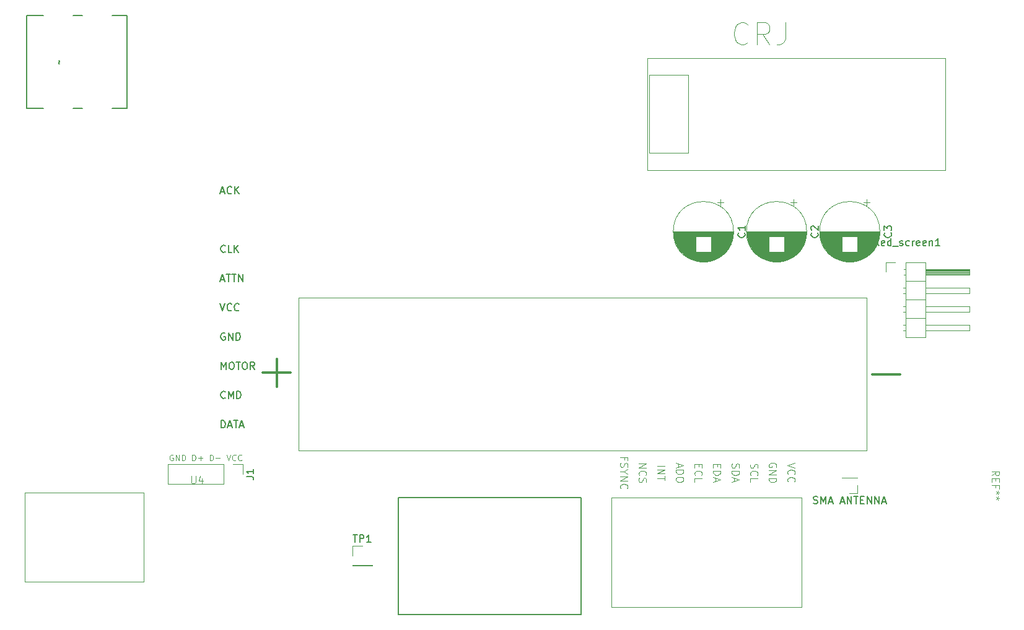
<source format=gbr>
%TF.GenerationSoftware,KiCad,Pcbnew,8.0.3*%
%TF.CreationDate,2024-06-22T19:33:56+02:00*%
%TF.ProjectId,3.3v radio with battery,332e3376-2072-4616-9469-6f2077697468,rev?*%
%TF.SameCoordinates,Original*%
%TF.FileFunction,Legend,Top*%
%TF.FilePolarity,Positive*%
%FSLAX46Y46*%
G04 Gerber Fmt 4.6, Leading zero omitted, Abs format (unit mm)*
G04 Created by KiCad (PCBNEW 8.0.3) date 2024-06-22 19:33:56*
%MOMM*%
%LPD*%
G01*
G04 APERTURE LIST*
%ADD10C,0.100000*%
%ADD11C,0.150000*%
%ADD12C,0.300000*%
%ADD13C,0.120000*%
%ADD14C,0.200000*%
G04 APERTURE END LIST*
D10*
X197566360Y-58523942D02*
X197423503Y-58666800D01*
X197423503Y-58666800D02*
X196994931Y-58809657D01*
X196994931Y-58809657D02*
X196709217Y-58809657D01*
X196709217Y-58809657D02*
X196280646Y-58666800D01*
X196280646Y-58666800D02*
X195994931Y-58381085D01*
X195994931Y-58381085D02*
X195852074Y-58095371D01*
X195852074Y-58095371D02*
X195709217Y-57523942D01*
X195709217Y-57523942D02*
X195709217Y-57095371D01*
X195709217Y-57095371D02*
X195852074Y-56523942D01*
X195852074Y-56523942D02*
X195994931Y-56238228D01*
X195994931Y-56238228D02*
X196280646Y-55952514D01*
X196280646Y-55952514D02*
X196709217Y-55809657D01*
X196709217Y-55809657D02*
X196994931Y-55809657D01*
X196994931Y-55809657D02*
X197423503Y-55952514D01*
X197423503Y-55952514D02*
X197566360Y-56095371D01*
X200566360Y-58809657D02*
X199566360Y-57381085D01*
X198852074Y-58809657D02*
X198852074Y-55809657D01*
X198852074Y-55809657D02*
X199994931Y-55809657D01*
X199994931Y-55809657D02*
X200280646Y-55952514D01*
X200280646Y-55952514D02*
X200423503Y-56095371D01*
X200423503Y-56095371D02*
X200566360Y-56381085D01*
X200566360Y-56381085D02*
X200566360Y-56809657D01*
X200566360Y-56809657D02*
X200423503Y-57095371D01*
X200423503Y-57095371D02*
X200280646Y-57238228D01*
X200280646Y-57238228D02*
X199994931Y-57381085D01*
X199994931Y-57381085D02*
X198852074Y-57381085D01*
X202709217Y-55809657D02*
X202709217Y-57952514D01*
X202709217Y-57952514D02*
X202566360Y-58381085D01*
X202566360Y-58381085D02*
X202280646Y-58666800D01*
X202280646Y-58666800D02*
X201852074Y-58809657D01*
X201852074Y-58809657D02*
X201566360Y-58809657D01*
X119039312Y-114958990D02*
X118963122Y-114920895D01*
X118963122Y-114920895D02*
X118848836Y-114920895D01*
X118848836Y-114920895D02*
X118734550Y-114958990D01*
X118734550Y-114958990D02*
X118658360Y-115035180D01*
X118658360Y-115035180D02*
X118620265Y-115111371D01*
X118620265Y-115111371D02*
X118582169Y-115263752D01*
X118582169Y-115263752D02*
X118582169Y-115378038D01*
X118582169Y-115378038D02*
X118620265Y-115530419D01*
X118620265Y-115530419D02*
X118658360Y-115606609D01*
X118658360Y-115606609D02*
X118734550Y-115682800D01*
X118734550Y-115682800D02*
X118848836Y-115720895D01*
X118848836Y-115720895D02*
X118925027Y-115720895D01*
X118925027Y-115720895D02*
X119039312Y-115682800D01*
X119039312Y-115682800D02*
X119077408Y-115644704D01*
X119077408Y-115644704D02*
X119077408Y-115378038D01*
X119077408Y-115378038D02*
X118925027Y-115378038D01*
X119420265Y-115720895D02*
X119420265Y-114920895D01*
X119420265Y-114920895D02*
X119877408Y-115720895D01*
X119877408Y-115720895D02*
X119877408Y-114920895D01*
X120258360Y-115720895D02*
X120258360Y-114920895D01*
X120258360Y-114920895D02*
X120448836Y-114920895D01*
X120448836Y-114920895D02*
X120563122Y-114958990D01*
X120563122Y-114958990D02*
X120639312Y-115035180D01*
X120639312Y-115035180D02*
X120677407Y-115111371D01*
X120677407Y-115111371D02*
X120715503Y-115263752D01*
X120715503Y-115263752D02*
X120715503Y-115378038D01*
X120715503Y-115378038D02*
X120677407Y-115530419D01*
X120677407Y-115530419D02*
X120639312Y-115606609D01*
X120639312Y-115606609D02*
X120563122Y-115682800D01*
X120563122Y-115682800D02*
X120448836Y-115720895D01*
X120448836Y-115720895D02*
X120258360Y-115720895D01*
X121667884Y-115720895D02*
X121667884Y-114920895D01*
X121667884Y-114920895D02*
X121858360Y-114920895D01*
X121858360Y-114920895D02*
X121972646Y-114958990D01*
X121972646Y-114958990D02*
X122048836Y-115035180D01*
X122048836Y-115035180D02*
X122086931Y-115111371D01*
X122086931Y-115111371D02*
X122125027Y-115263752D01*
X122125027Y-115263752D02*
X122125027Y-115378038D01*
X122125027Y-115378038D02*
X122086931Y-115530419D01*
X122086931Y-115530419D02*
X122048836Y-115606609D01*
X122048836Y-115606609D02*
X121972646Y-115682800D01*
X121972646Y-115682800D02*
X121858360Y-115720895D01*
X121858360Y-115720895D02*
X121667884Y-115720895D01*
X122467884Y-115416133D02*
X123077408Y-115416133D01*
X122772646Y-115720895D02*
X122772646Y-115111371D01*
X124067884Y-115720895D02*
X124067884Y-114920895D01*
X124067884Y-114920895D02*
X124258360Y-114920895D01*
X124258360Y-114920895D02*
X124372646Y-114958990D01*
X124372646Y-114958990D02*
X124448836Y-115035180D01*
X124448836Y-115035180D02*
X124486931Y-115111371D01*
X124486931Y-115111371D02*
X124525027Y-115263752D01*
X124525027Y-115263752D02*
X124525027Y-115378038D01*
X124525027Y-115378038D02*
X124486931Y-115530419D01*
X124486931Y-115530419D02*
X124448836Y-115606609D01*
X124448836Y-115606609D02*
X124372646Y-115682800D01*
X124372646Y-115682800D02*
X124258360Y-115720895D01*
X124258360Y-115720895D02*
X124067884Y-115720895D01*
X124867884Y-115416133D02*
X125477408Y-115416133D01*
X126353598Y-114920895D02*
X126620265Y-115720895D01*
X126620265Y-115720895D02*
X126886931Y-114920895D01*
X127610741Y-115644704D02*
X127572645Y-115682800D01*
X127572645Y-115682800D02*
X127458360Y-115720895D01*
X127458360Y-115720895D02*
X127382169Y-115720895D01*
X127382169Y-115720895D02*
X127267883Y-115682800D01*
X127267883Y-115682800D02*
X127191693Y-115606609D01*
X127191693Y-115606609D02*
X127153598Y-115530419D01*
X127153598Y-115530419D02*
X127115502Y-115378038D01*
X127115502Y-115378038D02*
X127115502Y-115263752D01*
X127115502Y-115263752D02*
X127153598Y-115111371D01*
X127153598Y-115111371D02*
X127191693Y-115035180D01*
X127191693Y-115035180D02*
X127267883Y-114958990D01*
X127267883Y-114958990D02*
X127382169Y-114920895D01*
X127382169Y-114920895D02*
X127458360Y-114920895D01*
X127458360Y-114920895D02*
X127572645Y-114958990D01*
X127572645Y-114958990D02*
X127610741Y-114997085D01*
X128410741Y-115644704D02*
X128372645Y-115682800D01*
X128372645Y-115682800D02*
X128258360Y-115720895D01*
X128258360Y-115720895D02*
X128182169Y-115720895D01*
X128182169Y-115720895D02*
X128067883Y-115682800D01*
X128067883Y-115682800D02*
X127991693Y-115606609D01*
X127991693Y-115606609D02*
X127953598Y-115530419D01*
X127953598Y-115530419D02*
X127915502Y-115378038D01*
X127915502Y-115378038D02*
X127915502Y-115263752D01*
X127915502Y-115263752D02*
X127953598Y-115111371D01*
X127953598Y-115111371D02*
X127991693Y-115035180D01*
X127991693Y-115035180D02*
X128067883Y-114958990D01*
X128067883Y-114958990D02*
X128182169Y-114920895D01*
X128182169Y-114920895D02*
X128258360Y-114920895D01*
X128258360Y-114920895D02*
X128372645Y-114958990D01*
X128372645Y-114958990D02*
X128410741Y-114997085D01*
D11*
X214499880Y-85344319D02*
X214690356Y-85344319D01*
X214690356Y-85344319D02*
X214785594Y-85391938D01*
X214785594Y-85391938D02*
X214880832Y-85487176D01*
X214880832Y-85487176D02*
X214928451Y-85677652D01*
X214928451Y-85677652D02*
X214928451Y-86010985D01*
X214928451Y-86010985D02*
X214880832Y-86201461D01*
X214880832Y-86201461D02*
X214785594Y-86296700D01*
X214785594Y-86296700D02*
X214690356Y-86344319D01*
X214690356Y-86344319D02*
X214499880Y-86344319D01*
X214499880Y-86344319D02*
X214404642Y-86296700D01*
X214404642Y-86296700D02*
X214309404Y-86201461D01*
X214309404Y-86201461D02*
X214261785Y-86010985D01*
X214261785Y-86010985D02*
X214261785Y-85677652D01*
X214261785Y-85677652D02*
X214309404Y-85487176D01*
X214309404Y-85487176D02*
X214404642Y-85391938D01*
X214404642Y-85391938D02*
X214499880Y-85344319D01*
X215499880Y-86344319D02*
X215404642Y-86296700D01*
X215404642Y-86296700D02*
X215357023Y-86201461D01*
X215357023Y-86201461D02*
X215357023Y-85344319D01*
X216261785Y-86296700D02*
X216166547Y-86344319D01*
X216166547Y-86344319D02*
X215976071Y-86344319D01*
X215976071Y-86344319D02*
X215880833Y-86296700D01*
X215880833Y-86296700D02*
X215833214Y-86201461D01*
X215833214Y-86201461D02*
X215833214Y-85820509D01*
X215833214Y-85820509D02*
X215880833Y-85725271D01*
X215880833Y-85725271D02*
X215976071Y-85677652D01*
X215976071Y-85677652D02*
X216166547Y-85677652D01*
X216166547Y-85677652D02*
X216261785Y-85725271D01*
X216261785Y-85725271D02*
X216309404Y-85820509D01*
X216309404Y-85820509D02*
X216309404Y-85915747D01*
X216309404Y-85915747D02*
X215833214Y-86010985D01*
X217166547Y-86344319D02*
X217166547Y-85344319D01*
X217166547Y-86296700D02*
X217071309Y-86344319D01*
X217071309Y-86344319D02*
X216880833Y-86344319D01*
X216880833Y-86344319D02*
X216785595Y-86296700D01*
X216785595Y-86296700D02*
X216737976Y-86249080D01*
X216737976Y-86249080D02*
X216690357Y-86153842D01*
X216690357Y-86153842D02*
X216690357Y-85868128D01*
X216690357Y-85868128D02*
X216737976Y-85772890D01*
X216737976Y-85772890D02*
X216785595Y-85725271D01*
X216785595Y-85725271D02*
X216880833Y-85677652D01*
X216880833Y-85677652D02*
X217071309Y-85677652D01*
X217071309Y-85677652D02*
X217166547Y-85725271D01*
X217404643Y-86439557D02*
X218166547Y-86439557D01*
X218357024Y-86296700D02*
X218452262Y-86344319D01*
X218452262Y-86344319D02*
X218642738Y-86344319D01*
X218642738Y-86344319D02*
X218737976Y-86296700D01*
X218737976Y-86296700D02*
X218785595Y-86201461D01*
X218785595Y-86201461D02*
X218785595Y-86153842D01*
X218785595Y-86153842D02*
X218737976Y-86058604D01*
X218737976Y-86058604D02*
X218642738Y-86010985D01*
X218642738Y-86010985D02*
X218499881Y-86010985D01*
X218499881Y-86010985D02*
X218404643Y-85963366D01*
X218404643Y-85963366D02*
X218357024Y-85868128D01*
X218357024Y-85868128D02*
X218357024Y-85820509D01*
X218357024Y-85820509D02*
X218404643Y-85725271D01*
X218404643Y-85725271D02*
X218499881Y-85677652D01*
X218499881Y-85677652D02*
X218642738Y-85677652D01*
X218642738Y-85677652D02*
X218737976Y-85725271D01*
X219642738Y-86296700D02*
X219547500Y-86344319D01*
X219547500Y-86344319D02*
X219357024Y-86344319D01*
X219357024Y-86344319D02*
X219261786Y-86296700D01*
X219261786Y-86296700D02*
X219214167Y-86249080D01*
X219214167Y-86249080D02*
X219166548Y-86153842D01*
X219166548Y-86153842D02*
X219166548Y-85868128D01*
X219166548Y-85868128D02*
X219214167Y-85772890D01*
X219214167Y-85772890D02*
X219261786Y-85725271D01*
X219261786Y-85725271D02*
X219357024Y-85677652D01*
X219357024Y-85677652D02*
X219547500Y-85677652D01*
X219547500Y-85677652D02*
X219642738Y-85725271D01*
X220071310Y-86344319D02*
X220071310Y-85677652D01*
X220071310Y-85868128D02*
X220118929Y-85772890D01*
X220118929Y-85772890D02*
X220166548Y-85725271D01*
X220166548Y-85725271D02*
X220261786Y-85677652D01*
X220261786Y-85677652D02*
X220357024Y-85677652D01*
X221071310Y-86296700D02*
X220976072Y-86344319D01*
X220976072Y-86344319D02*
X220785596Y-86344319D01*
X220785596Y-86344319D02*
X220690358Y-86296700D01*
X220690358Y-86296700D02*
X220642739Y-86201461D01*
X220642739Y-86201461D02*
X220642739Y-85820509D01*
X220642739Y-85820509D02*
X220690358Y-85725271D01*
X220690358Y-85725271D02*
X220785596Y-85677652D01*
X220785596Y-85677652D02*
X220976072Y-85677652D01*
X220976072Y-85677652D02*
X221071310Y-85725271D01*
X221071310Y-85725271D02*
X221118929Y-85820509D01*
X221118929Y-85820509D02*
X221118929Y-85915747D01*
X221118929Y-85915747D02*
X220642739Y-86010985D01*
X221928453Y-86296700D02*
X221833215Y-86344319D01*
X221833215Y-86344319D02*
X221642739Y-86344319D01*
X221642739Y-86344319D02*
X221547501Y-86296700D01*
X221547501Y-86296700D02*
X221499882Y-86201461D01*
X221499882Y-86201461D02*
X221499882Y-85820509D01*
X221499882Y-85820509D02*
X221547501Y-85725271D01*
X221547501Y-85725271D02*
X221642739Y-85677652D01*
X221642739Y-85677652D02*
X221833215Y-85677652D01*
X221833215Y-85677652D02*
X221928453Y-85725271D01*
X221928453Y-85725271D02*
X221976072Y-85820509D01*
X221976072Y-85820509D02*
X221976072Y-85915747D01*
X221976072Y-85915747D02*
X221499882Y-86010985D01*
X222404644Y-85677652D02*
X222404644Y-86344319D01*
X222404644Y-85772890D02*
X222452263Y-85725271D01*
X222452263Y-85725271D02*
X222547501Y-85677652D01*
X222547501Y-85677652D02*
X222690358Y-85677652D01*
X222690358Y-85677652D02*
X222785596Y-85725271D01*
X222785596Y-85725271D02*
X222833215Y-85820509D01*
X222833215Y-85820509D02*
X222833215Y-86344319D01*
X223833215Y-86344319D02*
X223261787Y-86344319D01*
X223547501Y-86344319D02*
X223547501Y-85344319D01*
X223547501Y-85344319D02*
X223452263Y-85487176D01*
X223452263Y-85487176D02*
X223357025Y-85582414D01*
X223357025Y-85582414D02*
X223261787Y-85630033D01*
X126175707Y-107162205D02*
X126128088Y-107209825D01*
X126128088Y-107209825D02*
X125985231Y-107257444D01*
X125985231Y-107257444D02*
X125889993Y-107257444D01*
X125889993Y-107257444D02*
X125747136Y-107209825D01*
X125747136Y-107209825D02*
X125651898Y-107114586D01*
X125651898Y-107114586D02*
X125604279Y-107019348D01*
X125604279Y-107019348D02*
X125556660Y-106828872D01*
X125556660Y-106828872D02*
X125556660Y-106686015D01*
X125556660Y-106686015D02*
X125604279Y-106495539D01*
X125604279Y-106495539D02*
X125651898Y-106400301D01*
X125651898Y-106400301D02*
X125747136Y-106305063D01*
X125747136Y-106305063D02*
X125889993Y-106257444D01*
X125889993Y-106257444D02*
X125985231Y-106257444D01*
X125985231Y-106257444D02*
X126128088Y-106305063D01*
X126128088Y-106305063D02*
X126175707Y-106352682D01*
X126604279Y-107257444D02*
X126604279Y-106257444D01*
X126604279Y-106257444D02*
X126937612Y-106971729D01*
X126937612Y-106971729D02*
X127270945Y-106257444D01*
X127270945Y-106257444D02*
X127270945Y-107257444D01*
X127747136Y-107257444D02*
X127747136Y-106257444D01*
X127747136Y-106257444D02*
X127985231Y-106257444D01*
X127985231Y-106257444D02*
X128128088Y-106305063D01*
X128128088Y-106305063D02*
X128223326Y-106400301D01*
X128223326Y-106400301D02*
X128270945Y-106495539D01*
X128270945Y-106495539D02*
X128318564Y-106686015D01*
X128318564Y-106686015D02*
X128318564Y-106828872D01*
X128318564Y-106828872D02*
X128270945Y-107019348D01*
X128270945Y-107019348D02*
X128223326Y-107114586D01*
X128223326Y-107114586D02*
X128128088Y-107209825D01*
X128128088Y-107209825D02*
X127985231Y-107257444D01*
X127985231Y-107257444D02*
X127747136Y-107257444D01*
X125556660Y-78971729D02*
X126032850Y-78971729D01*
X125461422Y-79257444D02*
X125794755Y-78257444D01*
X125794755Y-78257444D02*
X126128088Y-79257444D01*
X127032850Y-79162205D02*
X126985231Y-79209825D01*
X126985231Y-79209825D02*
X126842374Y-79257444D01*
X126842374Y-79257444D02*
X126747136Y-79257444D01*
X126747136Y-79257444D02*
X126604279Y-79209825D01*
X126604279Y-79209825D02*
X126509041Y-79114586D01*
X126509041Y-79114586D02*
X126461422Y-79019348D01*
X126461422Y-79019348D02*
X126413803Y-78828872D01*
X126413803Y-78828872D02*
X126413803Y-78686015D01*
X126413803Y-78686015D02*
X126461422Y-78495539D01*
X126461422Y-78495539D02*
X126509041Y-78400301D01*
X126509041Y-78400301D02*
X126604279Y-78305063D01*
X126604279Y-78305063D02*
X126747136Y-78257444D01*
X126747136Y-78257444D02*
X126842374Y-78257444D01*
X126842374Y-78257444D02*
X126985231Y-78305063D01*
X126985231Y-78305063D02*
X127032850Y-78352682D01*
X127461422Y-79257444D02*
X127461422Y-78257444D01*
X128032850Y-79257444D02*
X127604279Y-78686015D01*
X128032850Y-78257444D02*
X127461422Y-78828872D01*
X125604279Y-111257444D02*
X125604279Y-110257444D01*
X125604279Y-110257444D02*
X125842374Y-110257444D01*
X125842374Y-110257444D02*
X125985231Y-110305063D01*
X125985231Y-110305063D02*
X126080469Y-110400301D01*
X126080469Y-110400301D02*
X126128088Y-110495539D01*
X126128088Y-110495539D02*
X126175707Y-110686015D01*
X126175707Y-110686015D02*
X126175707Y-110828872D01*
X126175707Y-110828872D02*
X126128088Y-111019348D01*
X126128088Y-111019348D02*
X126080469Y-111114586D01*
X126080469Y-111114586D02*
X125985231Y-111209825D01*
X125985231Y-111209825D02*
X125842374Y-111257444D01*
X125842374Y-111257444D02*
X125604279Y-111257444D01*
X126556660Y-110971729D02*
X127032850Y-110971729D01*
X126461422Y-111257444D02*
X126794755Y-110257444D01*
X126794755Y-110257444D02*
X127128088Y-111257444D01*
X127318565Y-110257444D02*
X127889993Y-110257444D01*
X127604279Y-111257444D02*
X127604279Y-110257444D01*
X128175708Y-110971729D02*
X128651898Y-110971729D01*
X128080470Y-111257444D02*
X128413803Y-110257444D01*
X128413803Y-110257444D02*
X128747136Y-111257444D01*
X125461422Y-94257444D02*
X125794755Y-95257444D01*
X125794755Y-95257444D02*
X126128088Y-94257444D01*
X127032850Y-95162205D02*
X126985231Y-95209825D01*
X126985231Y-95209825D02*
X126842374Y-95257444D01*
X126842374Y-95257444D02*
X126747136Y-95257444D01*
X126747136Y-95257444D02*
X126604279Y-95209825D01*
X126604279Y-95209825D02*
X126509041Y-95114586D01*
X126509041Y-95114586D02*
X126461422Y-95019348D01*
X126461422Y-95019348D02*
X126413803Y-94828872D01*
X126413803Y-94828872D02*
X126413803Y-94686015D01*
X126413803Y-94686015D02*
X126461422Y-94495539D01*
X126461422Y-94495539D02*
X126509041Y-94400301D01*
X126509041Y-94400301D02*
X126604279Y-94305063D01*
X126604279Y-94305063D02*
X126747136Y-94257444D01*
X126747136Y-94257444D02*
X126842374Y-94257444D01*
X126842374Y-94257444D02*
X126985231Y-94305063D01*
X126985231Y-94305063D02*
X127032850Y-94352682D01*
X128032850Y-95162205D02*
X127985231Y-95209825D01*
X127985231Y-95209825D02*
X127842374Y-95257444D01*
X127842374Y-95257444D02*
X127747136Y-95257444D01*
X127747136Y-95257444D02*
X127604279Y-95209825D01*
X127604279Y-95209825D02*
X127509041Y-95114586D01*
X127509041Y-95114586D02*
X127461422Y-95019348D01*
X127461422Y-95019348D02*
X127413803Y-94828872D01*
X127413803Y-94828872D02*
X127413803Y-94686015D01*
X127413803Y-94686015D02*
X127461422Y-94495539D01*
X127461422Y-94495539D02*
X127509041Y-94400301D01*
X127509041Y-94400301D02*
X127604279Y-94305063D01*
X127604279Y-94305063D02*
X127747136Y-94257444D01*
X127747136Y-94257444D02*
X127842374Y-94257444D01*
X127842374Y-94257444D02*
X127985231Y-94305063D01*
X127985231Y-94305063D02*
X128032850Y-94352682D01*
X125604279Y-103257444D02*
X125604279Y-102257444D01*
X125604279Y-102257444D02*
X125937612Y-102971729D01*
X125937612Y-102971729D02*
X126270945Y-102257444D01*
X126270945Y-102257444D02*
X126270945Y-103257444D01*
X126937612Y-102257444D02*
X127128088Y-102257444D01*
X127128088Y-102257444D02*
X127223326Y-102305063D01*
X127223326Y-102305063D02*
X127318564Y-102400301D01*
X127318564Y-102400301D02*
X127366183Y-102590777D01*
X127366183Y-102590777D02*
X127366183Y-102924110D01*
X127366183Y-102924110D02*
X127318564Y-103114586D01*
X127318564Y-103114586D02*
X127223326Y-103209825D01*
X127223326Y-103209825D02*
X127128088Y-103257444D01*
X127128088Y-103257444D02*
X126937612Y-103257444D01*
X126937612Y-103257444D02*
X126842374Y-103209825D01*
X126842374Y-103209825D02*
X126747136Y-103114586D01*
X126747136Y-103114586D02*
X126699517Y-102924110D01*
X126699517Y-102924110D02*
X126699517Y-102590777D01*
X126699517Y-102590777D02*
X126747136Y-102400301D01*
X126747136Y-102400301D02*
X126842374Y-102305063D01*
X126842374Y-102305063D02*
X126937612Y-102257444D01*
X127651898Y-102257444D02*
X128223326Y-102257444D01*
X127937612Y-103257444D02*
X127937612Y-102257444D01*
X128747136Y-102257444D02*
X128937612Y-102257444D01*
X128937612Y-102257444D02*
X129032850Y-102305063D01*
X129032850Y-102305063D02*
X129128088Y-102400301D01*
X129128088Y-102400301D02*
X129175707Y-102590777D01*
X129175707Y-102590777D02*
X129175707Y-102924110D01*
X129175707Y-102924110D02*
X129128088Y-103114586D01*
X129128088Y-103114586D02*
X129032850Y-103209825D01*
X129032850Y-103209825D02*
X128937612Y-103257444D01*
X128937612Y-103257444D02*
X128747136Y-103257444D01*
X128747136Y-103257444D02*
X128651898Y-103209825D01*
X128651898Y-103209825D02*
X128556660Y-103114586D01*
X128556660Y-103114586D02*
X128509041Y-102924110D01*
X128509041Y-102924110D02*
X128509041Y-102590777D01*
X128509041Y-102590777D02*
X128556660Y-102400301D01*
X128556660Y-102400301D02*
X128651898Y-102305063D01*
X128651898Y-102305063D02*
X128747136Y-102257444D01*
X130175707Y-103257444D02*
X129842374Y-102781253D01*
X129604279Y-103257444D02*
X129604279Y-102257444D01*
X129604279Y-102257444D02*
X129985231Y-102257444D01*
X129985231Y-102257444D02*
X130080469Y-102305063D01*
X130080469Y-102305063D02*
X130128088Y-102352682D01*
X130128088Y-102352682D02*
X130175707Y-102447920D01*
X130175707Y-102447920D02*
X130175707Y-102590777D01*
X130175707Y-102590777D02*
X130128088Y-102686015D01*
X130128088Y-102686015D02*
X130080469Y-102733634D01*
X130080469Y-102733634D02*
X129985231Y-102781253D01*
X129985231Y-102781253D02*
X129604279Y-102781253D01*
X126128088Y-98305063D02*
X126032850Y-98257444D01*
X126032850Y-98257444D02*
X125889993Y-98257444D01*
X125889993Y-98257444D02*
X125747136Y-98305063D01*
X125747136Y-98305063D02*
X125651898Y-98400301D01*
X125651898Y-98400301D02*
X125604279Y-98495539D01*
X125604279Y-98495539D02*
X125556660Y-98686015D01*
X125556660Y-98686015D02*
X125556660Y-98828872D01*
X125556660Y-98828872D02*
X125604279Y-99019348D01*
X125604279Y-99019348D02*
X125651898Y-99114586D01*
X125651898Y-99114586D02*
X125747136Y-99209825D01*
X125747136Y-99209825D02*
X125889993Y-99257444D01*
X125889993Y-99257444D02*
X125985231Y-99257444D01*
X125985231Y-99257444D02*
X126128088Y-99209825D01*
X126128088Y-99209825D02*
X126175707Y-99162205D01*
X126175707Y-99162205D02*
X126175707Y-98828872D01*
X126175707Y-98828872D02*
X125985231Y-98828872D01*
X126604279Y-99257444D02*
X126604279Y-98257444D01*
X126604279Y-98257444D02*
X127175707Y-99257444D01*
X127175707Y-99257444D02*
X127175707Y-98257444D01*
X127651898Y-99257444D02*
X127651898Y-98257444D01*
X127651898Y-98257444D02*
X127889993Y-98257444D01*
X127889993Y-98257444D02*
X128032850Y-98305063D01*
X128032850Y-98305063D02*
X128128088Y-98400301D01*
X128128088Y-98400301D02*
X128175707Y-98495539D01*
X128175707Y-98495539D02*
X128223326Y-98686015D01*
X128223326Y-98686015D02*
X128223326Y-98828872D01*
X128223326Y-98828872D02*
X128175707Y-99019348D01*
X128175707Y-99019348D02*
X128128088Y-99114586D01*
X128128088Y-99114586D02*
X128032850Y-99209825D01*
X128032850Y-99209825D02*
X127889993Y-99257444D01*
X127889993Y-99257444D02*
X127651898Y-99257444D01*
X126175707Y-87162205D02*
X126128088Y-87209825D01*
X126128088Y-87209825D02*
X125985231Y-87257444D01*
X125985231Y-87257444D02*
X125889993Y-87257444D01*
X125889993Y-87257444D02*
X125747136Y-87209825D01*
X125747136Y-87209825D02*
X125651898Y-87114586D01*
X125651898Y-87114586D02*
X125604279Y-87019348D01*
X125604279Y-87019348D02*
X125556660Y-86828872D01*
X125556660Y-86828872D02*
X125556660Y-86686015D01*
X125556660Y-86686015D02*
X125604279Y-86495539D01*
X125604279Y-86495539D02*
X125651898Y-86400301D01*
X125651898Y-86400301D02*
X125747136Y-86305063D01*
X125747136Y-86305063D02*
X125889993Y-86257444D01*
X125889993Y-86257444D02*
X125985231Y-86257444D01*
X125985231Y-86257444D02*
X126128088Y-86305063D01*
X126128088Y-86305063D02*
X126175707Y-86352682D01*
X127080469Y-87257444D02*
X126604279Y-87257444D01*
X126604279Y-87257444D02*
X126604279Y-86257444D01*
X127413803Y-87257444D02*
X127413803Y-86257444D01*
X127985231Y-87257444D02*
X127556660Y-86686015D01*
X127985231Y-86257444D02*
X127413803Y-86828872D01*
X125556660Y-90971729D02*
X126032850Y-90971729D01*
X125461422Y-91257444D02*
X125794755Y-90257444D01*
X125794755Y-90257444D02*
X126128088Y-91257444D01*
X126318565Y-90257444D02*
X126889993Y-90257444D01*
X126604279Y-91257444D02*
X126604279Y-90257444D01*
X127080470Y-90257444D02*
X127651898Y-90257444D01*
X127366184Y-91257444D02*
X127366184Y-90257444D01*
X127985232Y-91257444D02*
X127985232Y-90257444D01*
X127985232Y-90257444D02*
X128556660Y-91257444D01*
X128556660Y-91257444D02*
X128556660Y-90257444D01*
X197125580Y-84592015D02*
X197173200Y-84639634D01*
X197173200Y-84639634D02*
X197220819Y-84782491D01*
X197220819Y-84782491D02*
X197220819Y-84877729D01*
X197220819Y-84877729D02*
X197173200Y-85020586D01*
X197173200Y-85020586D02*
X197077961Y-85115824D01*
X197077961Y-85115824D02*
X196982723Y-85163443D01*
X196982723Y-85163443D02*
X196792247Y-85211062D01*
X196792247Y-85211062D02*
X196649390Y-85211062D01*
X196649390Y-85211062D02*
X196458914Y-85163443D01*
X196458914Y-85163443D02*
X196363676Y-85115824D01*
X196363676Y-85115824D02*
X196268438Y-85020586D01*
X196268438Y-85020586D02*
X196220819Y-84877729D01*
X196220819Y-84877729D02*
X196220819Y-84782491D01*
X196220819Y-84782491D02*
X196268438Y-84639634D01*
X196268438Y-84639634D02*
X196316057Y-84592015D01*
X197220819Y-83639634D02*
X197220819Y-84211062D01*
X197220819Y-83925348D02*
X196220819Y-83925348D01*
X196220819Y-83925348D02*
X196363676Y-84020586D01*
X196363676Y-84020586D02*
X196458914Y-84115824D01*
X196458914Y-84115824D02*
X196506533Y-84211062D01*
D10*
X121526595Y-117870419D02*
X121526595Y-118679942D01*
X121526595Y-118679942D02*
X121574214Y-118775180D01*
X121574214Y-118775180D02*
X121621833Y-118822800D01*
X121621833Y-118822800D02*
X121717071Y-118870419D01*
X121717071Y-118870419D02*
X121907547Y-118870419D01*
X121907547Y-118870419D02*
X122002785Y-118822800D01*
X122002785Y-118822800D02*
X122050404Y-118775180D01*
X122050404Y-118775180D02*
X122098023Y-118679942D01*
X122098023Y-118679942D02*
X122098023Y-117870419D01*
X123002785Y-118203752D02*
X123002785Y-118870419D01*
X122764690Y-117822800D02*
X122526595Y-118537085D01*
X122526595Y-118537085D02*
X123145642Y-118537085D01*
X230927580Y-117782666D02*
X231403771Y-117449333D01*
X230927580Y-117211238D02*
X231927580Y-117211238D01*
X231927580Y-117211238D02*
X231927580Y-117592190D01*
X231927580Y-117592190D02*
X231879961Y-117687428D01*
X231879961Y-117687428D02*
X231832342Y-117735047D01*
X231832342Y-117735047D02*
X231737104Y-117782666D01*
X231737104Y-117782666D02*
X231594247Y-117782666D01*
X231594247Y-117782666D02*
X231499009Y-117735047D01*
X231499009Y-117735047D02*
X231451390Y-117687428D01*
X231451390Y-117687428D02*
X231403771Y-117592190D01*
X231403771Y-117592190D02*
X231403771Y-117211238D01*
X231451390Y-118211238D02*
X231451390Y-118544571D01*
X230927580Y-118687428D02*
X230927580Y-118211238D01*
X230927580Y-118211238D02*
X231927580Y-118211238D01*
X231927580Y-118211238D02*
X231927580Y-118687428D01*
X231451390Y-119449333D02*
X231451390Y-119116000D01*
X230927580Y-119116000D02*
X231927580Y-119116000D01*
X231927580Y-119116000D02*
X231927580Y-119592190D01*
X231927580Y-120116000D02*
X231689485Y-120116000D01*
X231784723Y-119877905D02*
X231689485Y-120116000D01*
X231689485Y-120116000D02*
X231784723Y-120354095D01*
X231499009Y-119973143D02*
X231689485Y-120116000D01*
X231689485Y-120116000D02*
X231499009Y-120258857D01*
X231927580Y-120877905D02*
X231689485Y-120877905D01*
X231784723Y-120639810D02*
X231689485Y-120877905D01*
X231689485Y-120877905D02*
X231784723Y-121116000D01*
X231499009Y-120735048D02*
X231689485Y-120877905D01*
X231689485Y-120877905D02*
X231499009Y-121020762D01*
D11*
X129038819Y-117935333D02*
X129753104Y-117935333D01*
X129753104Y-117935333D02*
X129895961Y-117982952D01*
X129895961Y-117982952D02*
X129991200Y-118078190D01*
X129991200Y-118078190D02*
X130038819Y-118221047D01*
X130038819Y-118221047D02*
X130038819Y-118316285D01*
X130038819Y-116935333D02*
X130038819Y-117506761D01*
X130038819Y-117221047D02*
X129038819Y-117221047D01*
X129038819Y-117221047D02*
X129181676Y-117316285D01*
X129181676Y-117316285D02*
X129276914Y-117411523D01*
X129276914Y-117411523D02*
X129324533Y-117506761D01*
X207125580Y-84592015D02*
X207173200Y-84639634D01*
X207173200Y-84639634D02*
X207220819Y-84782491D01*
X207220819Y-84782491D02*
X207220819Y-84877729D01*
X207220819Y-84877729D02*
X207173200Y-85020586D01*
X207173200Y-85020586D02*
X207077961Y-85115824D01*
X207077961Y-85115824D02*
X206982723Y-85163443D01*
X206982723Y-85163443D02*
X206792247Y-85211062D01*
X206792247Y-85211062D02*
X206649390Y-85211062D01*
X206649390Y-85211062D02*
X206458914Y-85163443D01*
X206458914Y-85163443D02*
X206363676Y-85115824D01*
X206363676Y-85115824D02*
X206268438Y-85020586D01*
X206268438Y-85020586D02*
X206220819Y-84877729D01*
X206220819Y-84877729D02*
X206220819Y-84782491D01*
X206220819Y-84782491D02*
X206268438Y-84639634D01*
X206268438Y-84639634D02*
X206316057Y-84592015D01*
X206316057Y-84211062D02*
X206268438Y-84163443D01*
X206268438Y-84163443D02*
X206220819Y-84068205D01*
X206220819Y-84068205D02*
X206220819Y-83830110D01*
X206220819Y-83830110D02*
X206268438Y-83734872D01*
X206268438Y-83734872D02*
X206316057Y-83687253D01*
X206316057Y-83687253D02*
X206411295Y-83639634D01*
X206411295Y-83639634D02*
X206506533Y-83639634D01*
X206506533Y-83639634D02*
X206649390Y-83687253D01*
X206649390Y-83687253D02*
X207220819Y-84258681D01*
X207220819Y-84258681D02*
X207220819Y-83639634D01*
X206559428Y-121593200D02*
X206702285Y-121640819D01*
X206702285Y-121640819D02*
X206940380Y-121640819D01*
X206940380Y-121640819D02*
X207035618Y-121593200D01*
X207035618Y-121593200D02*
X207083237Y-121545580D01*
X207083237Y-121545580D02*
X207130856Y-121450342D01*
X207130856Y-121450342D02*
X207130856Y-121355104D01*
X207130856Y-121355104D02*
X207083237Y-121259866D01*
X207083237Y-121259866D02*
X207035618Y-121212247D01*
X207035618Y-121212247D02*
X206940380Y-121164628D01*
X206940380Y-121164628D02*
X206749904Y-121117009D01*
X206749904Y-121117009D02*
X206654666Y-121069390D01*
X206654666Y-121069390D02*
X206607047Y-121021771D01*
X206607047Y-121021771D02*
X206559428Y-120926533D01*
X206559428Y-120926533D02*
X206559428Y-120831295D01*
X206559428Y-120831295D02*
X206607047Y-120736057D01*
X206607047Y-120736057D02*
X206654666Y-120688438D01*
X206654666Y-120688438D02*
X206749904Y-120640819D01*
X206749904Y-120640819D02*
X206987999Y-120640819D01*
X206987999Y-120640819D02*
X207130856Y-120688438D01*
X207559428Y-121640819D02*
X207559428Y-120640819D01*
X207559428Y-120640819D02*
X207892761Y-121355104D01*
X207892761Y-121355104D02*
X208226094Y-120640819D01*
X208226094Y-120640819D02*
X208226094Y-121640819D01*
X208654666Y-121355104D02*
X209130856Y-121355104D01*
X208559428Y-121640819D02*
X208892761Y-120640819D01*
X208892761Y-120640819D02*
X209226094Y-121640819D01*
X210273714Y-121355104D02*
X210749904Y-121355104D01*
X210178476Y-121640819D02*
X210511809Y-120640819D01*
X210511809Y-120640819D02*
X210845142Y-121640819D01*
X211178476Y-121640819D02*
X211178476Y-120640819D01*
X211178476Y-120640819D02*
X211749904Y-121640819D01*
X211749904Y-121640819D02*
X211749904Y-120640819D01*
X212083238Y-120640819D02*
X212654666Y-120640819D01*
X212368952Y-121640819D02*
X212368952Y-120640819D01*
X212988000Y-121117009D02*
X213321333Y-121117009D01*
X213464190Y-121640819D02*
X212988000Y-121640819D01*
X212988000Y-121640819D02*
X212988000Y-120640819D01*
X212988000Y-120640819D02*
X213464190Y-120640819D01*
X213892762Y-121640819D02*
X213892762Y-120640819D01*
X213892762Y-120640819D02*
X214464190Y-121640819D01*
X214464190Y-121640819D02*
X214464190Y-120640819D01*
X214940381Y-121640819D02*
X214940381Y-120640819D01*
X214940381Y-120640819D02*
X215511809Y-121640819D01*
X215511809Y-121640819D02*
X215511809Y-120640819D01*
X215940381Y-121355104D02*
X216416571Y-121355104D01*
X215845143Y-121640819D02*
X216178476Y-120640819D01*
X216178476Y-120640819D02*
X216511809Y-121640819D01*
D12*
X131307844Y-103700983D02*
X135117368Y-103700983D01*
X133212606Y-105605745D02*
X133212606Y-101796221D01*
X214619844Y-103954983D02*
X218429368Y-103954983D01*
D10*
X193383390Y-116246932D02*
X193383390Y-116580265D01*
X192859580Y-116723122D02*
X192859580Y-116246932D01*
X192859580Y-116246932D02*
X193859580Y-116246932D01*
X193859580Y-116246932D02*
X193859580Y-116723122D01*
X192859580Y-117151694D02*
X193859580Y-117151694D01*
X193859580Y-117151694D02*
X193859580Y-117389789D01*
X193859580Y-117389789D02*
X193811961Y-117532646D01*
X193811961Y-117532646D02*
X193716723Y-117627884D01*
X193716723Y-117627884D02*
X193621485Y-117675503D01*
X193621485Y-117675503D02*
X193431009Y-117723122D01*
X193431009Y-117723122D02*
X193288152Y-117723122D01*
X193288152Y-117723122D02*
X193097676Y-117675503D01*
X193097676Y-117675503D02*
X193002438Y-117627884D01*
X193002438Y-117627884D02*
X192907200Y-117532646D01*
X192907200Y-117532646D02*
X192859580Y-117389789D01*
X192859580Y-117389789D02*
X192859580Y-117151694D01*
X193145295Y-118104075D02*
X193145295Y-118580265D01*
X192859580Y-118008837D02*
X193859580Y-118342170D01*
X193859580Y-118342170D02*
X192859580Y-118675503D01*
X195447200Y-116175503D02*
X195399580Y-116318360D01*
X195399580Y-116318360D02*
X195399580Y-116556455D01*
X195399580Y-116556455D02*
X195447200Y-116651693D01*
X195447200Y-116651693D02*
X195494819Y-116699312D01*
X195494819Y-116699312D02*
X195590057Y-116746931D01*
X195590057Y-116746931D02*
X195685295Y-116746931D01*
X195685295Y-116746931D02*
X195780533Y-116699312D01*
X195780533Y-116699312D02*
X195828152Y-116651693D01*
X195828152Y-116651693D02*
X195875771Y-116556455D01*
X195875771Y-116556455D02*
X195923390Y-116365979D01*
X195923390Y-116365979D02*
X195971009Y-116270741D01*
X195971009Y-116270741D02*
X196018628Y-116223122D01*
X196018628Y-116223122D02*
X196113866Y-116175503D01*
X196113866Y-116175503D02*
X196209104Y-116175503D01*
X196209104Y-116175503D02*
X196304342Y-116223122D01*
X196304342Y-116223122D02*
X196351961Y-116270741D01*
X196351961Y-116270741D02*
X196399580Y-116365979D01*
X196399580Y-116365979D02*
X196399580Y-116604074D01*
X196399580Y-116604074D02*
X196351961Y-116746931D01*
X195399580Y-117175503D02*
X196399580Y-117175503D01*
X196399580Y-117175503D02*
X196399580Y-117413598D01*
X196399580Y-117413598D02*
X196351961Y-117556455D01*
X196351961Y-117556455D02*
X196256723Y-117651693D01*
X196256723Y-117651693D02*
X196161485Y-117699312D01*
X196161485Y-117699312D02*
X195971009Y-117746931D01*
X195971009Y-117746931D02*
X195828152Y-117746931D01*
X195828152Y-117746931D02*
X195637676Y-117699312D01*
X195637676Y-117699312D02*
X195542438Y-117651693D01*
X195542438Y-117651693D02*
X195447200Y-117556455D01*
X195447200Y-117556455D02*
X195399580Y-117413598D01*
X195399580Y-117413598D02*
X195399580Y-117175503D01*
X195685295Y-118127884D02*
X195685295Y-118604074D01*
X195399580Y-118032646D02*
X196399580Y-118365979D01*
X196399580Y-118365979D02*
X195399580Y-118699312D01*
X204019580Y-116056456D02*
X203019580Y-116389789D01*
X203019580Y-116389789D02*
X204019580Y-116723122D01*
X203114819Y-117627884D02*
X203067200Y-117580265D01*
X203067200Y-117580265D02*
X203019580Y-117437408D01*
X203019580Y-117437408D02*
X203019580Y-117342170D01*
X203019580Y-117342170D02*
X203067200Y-117199313D01*
X203067200Y-117199313D02*
X203162438Y-117104075D01*
X203162438Y-117104075D02*
X203257676Y-117056456D01*
X203257676Y-117056456D02*
X203448152Y-117008837D01*
X203448152Y-117008837D02*
X203591009Y-117008837D01*
X203591009Y-117008837D02*
X203781485Y-117056456D01*
X203781485Y-117056456D02*
X203876723Y-117104075D01*
X203876723Y-117104075D02*
X203971961Y-117199313D01*
X203971961Y-117199313D02*
X204019580Y-117342170D01*
X204019580Y-117342170D02*
X204019580Y-117437408D01*
X204019580Y-117437408D02*
X203971961Y-117580265D01*
X203971961Y-117580265D02*
X203924342Y-117627884D01*
X203114819Y-118627884D02*
X203067200Y-118580265D01*
X203067200Y-118580265D02*
X203019580Y-118437408D01*
X203019580Y-118437408D02*
X203019580Y-118342170D01*
X203019580Y-118342170D02*
X203067200Y-118199313D01*
X203067200Y-118199313D02*
X203162438Y-118104075D01*
X203162438Y-118104075D02*
X203257676Y-118056456D01*
X203257676Y-118056456D02*
X203448152Y-118008837D01*
X203448152Y-118008837D02*
X203591009Y-118008837D01*
X203591009Y-118008837D02*
X203781485Y-118056456D01*
X203781485Y-118056456D02*
X203876723Y-118104075D01*
X203876723Y-118104075D02*
X203971961Y-118199313D01*
X203971961Y-118199313D02*
X204019580Y-118342170D01*
X204019580Y-118342170D02*
X204019580Y-118437408D01*
X204019580Y-118437408D02*
X203971961Y-118580265D01*
X203971961Y-118580265D02*
X203924342Y-118627884D01*
X180683390Y-115604074D02*
X180683390Y-115270741D01*
X180159580Y-115270741D02*
X181159580Y-115270741D01*
X181159580Y-115270741D02*
X181159580Y-115746931D01*
X180207200Y-116080265D02*
X180159580Y-116223122D01*
X180159580Y-116223122D02*
X180159580Y-116461217D01*
X180159580Y-116461217D02*
X180207200Y-116556455D01*
X180207200Y-116556455D02*
X180254819Y-116604074D01*
X180254819Y-116604074D02*
X180350057Y-116651693D01*
X180350057Y-116651693D02*
X180445295Y-116651693D01*
X180445295Y-116651693D02*
X180540533Y-116604074D01*
X180540533Y-116604074D02*
X180588152Y-116556455D01*
X180588152Y-116556455D02*
X180635771Y-116461217D01*
X180635771Y-116461217D02*
X180683390Y-116270741D01*
X180683390Y-116270741D02*
X180731009Y-116175503D01*
X180731009Y-116175503D02*
X180778628Y-116127884D01*
X180778628Y-116127884D02*
X180873866Y-116080265D01*
X180873866Y-116080265D02*
X180969104Y-116080265D01*
X180969104Y-116080265D02*
X181064342Y-116127884D01*
X181064342Y-116127884D02*
X181111961Y-116175503D01*
X181111961Y-116175503D02*
X181159580Y-116270741D01*
X181159580Y-116270741D02*
X181159580Y-116508836D01*
X181159580Y-116508836D02*
X181111961Y-116651693D01*
X180635771Y-117270741D02*
X180159580Y-117270741D01*
X181159580Y-116937408D02*
X180635771Y-117270741D01*
X180635771Y-117270741D02*
X181159580Y-117604074D01*
X180159580Y-117937408D02*
X181159580Y-117937408D01*
X181159580Y-117937408D02*
X180159580Y-118508836D01*
X180159580Y-118508836D02*
X181159580Y-118508836D01*
X180254819Y-119556455D02*
X180207200Y-119508836D01*
X180207200Y-119508836D02*
X180159580Y-119365979D01*
X180159580Y-119365979D02*
X180159580Y-119270741D01*
X180159580Y-119270741D02*
X180207200Y-119127884D01*
X180207200Y-119127884D02*
X180302438Y-119032646D01*
X180302438Y-119032646D02*
X180397676Y-118985027D01*
X180397676Y-118985027D02*
X180588152Y-118937408D01*
X180588152Y-118937408D02*
X180731009Y-118937408D01*
X180731009Y-118937408D02*
X180921485Y-118985027D01*
X180921485Y-118985027D02*
X181016723Y-119032646D01*
X181016723Y-119032646D02*
X181111961Y-119127884D01*
X181111961Y-119127884D02*
X181159580Y-119270741D01*
X181159580Y-119270741D02*
X181159580Y-119365979D01*
X181159580Y-119365979D02*
X181111961Y-119508836D01*
X181111961Y-119508836D02*
X181064342Y-119556455D01*
X185239580Y-116485027D02*
X186239580Y-116485027D01*
X185239580Y-116961217D02*
X186239580Y-116961217D01*
X186239580Y-116961217D02*
X185239580Y-117532645D01*
X185239580Y-117532645D02*
X186239580Y-117532645D01*
X186239580Y-117865979D02*
X186239580Y-118437407D01*
X185239580Y-118151693D02*
X186239580Y-118151693D01*
X201431961Y-116627884D02*
X201479580Y-116532646D01*
X201479580Y-116532646D02*
X201479580Y-116389789D01*
X201479580Y-116389789D02*
X201431961Y-116246932D01*
X201431961Y-116246932D02*
X201336723Y-116151694D01*
X201336723Y-116151694D02*
X201241485Y-116104075D01*
X201241485Y-116104075D02*
X201051009Y-116056456D01*
X201051009Y-116056456D02*
X200908152Y-116056456D01*
X200908152Y-116056456D02*
X200717676Y-116104075D01*
X200717676Y-116104075D02*
X200622438Y-116151694D01*
X200622438Y-116151694D02*
X200527200Y-116246932D01*
X200527200Y-116246932D02*
X200479580Y-116389789D01*
X200479580Y-116389789D02*
X200479580Y-116485027D01*
X200479580Y-116485027D02*
X200527200Y-116627884D01*
X200527200Y-116627884D02*
X200574819Y-116675503D01*
X200574819Y-116675503D02*
X200908152Y-116675503D01*
X200908152Y-116675503D02*
X200908152Y-116485027D01*
X200479580Y-117104075D02*
X201479580Y-117104075D01*
X201479580Y-117104075D02*
X200479580Y-117675503D01*
X200479580Y-117675503D02*
X201479580Y-117675503D01*
X200479580Y-118151694D02*
X201479580Y-118151694D01*
X201479580Y-118151694D02*
X201479580Y-118389789D01*
X201479580Y-118389789D02*
X201431961Y-118532646D01*
X201431961Y-118532646D02*
X201336723Y-118627884D01*
X201336723Y-118627884D02*
X201241485Y-118675503D01*
X201241485Y-118675503D02*
X201051009Y-118723122D01*
X201051009Y-118723122D02*
X200908152Y-118723122D01*
X200908152Y-118723122D02*
X200717676Y-118675503D01*
X200717676Y-118675503D02*
X200622438Y-118627884D01*
X200622438Y-118627884D02*
X200527200Y-118532646D01*
X200527200Y-118532646D02*
X200479580Y-118389789D01*
X200479580Y-118389789D02*
X200479580Y-118151694D01*
X182699580Y-116127884D02*
X183699580Y-116127884D01*
X183699580Y-116127884D02*
X182699580Y-116699312D01*
X182699580Y-116699312D02*
X183699580Y-116699312D01*
X182794819Y-117746931D02*
X182747200Y-117699312D01*
X182747200Y-117699312D02*
X182699580Y-117556455D01*
X182699580Y-117556455D02*
X182699580Y-117461217D01*
X182699580Y-117461217D02*
X182747200Y-117318360D01*
X182747200Y-117318360D02*
X182842438Y-117223122D01*
X182842438Y-117223122D02*
X182937676Y-117175503D01*
X182937676Y-117175503D02*
X183128152Y-117127884D01*
X183128152Y-117127884D02*
X183271009Y-117127884D01*
X183271009Y-117127884D02*
X183461485Y-117175503D01*
X183461485Y-117175503D02*
X183556723Y-117223122D01*
X183556723Y-117223122D02*
X183651961Y-117318360D01*
X183651961Y-117318360D02*
X183699580Y-117461217D01*
X183699580Y-117461217D02*
X183699580Y-117556455D01*
X183699580Y-117556455D02*
X183651961Y-117699312D01*
X183651961Y-117699312D02*
X183604342Y-117746931D01*
X182747200Y-118127884D02*
X182699580Y-118270741D01*
X182699580Y-118270741D02*
X182699580Y-118508836D01*
X182699580Y-118508836D02*
X182747200Y-118604074D01*
X182747200Y-118604074D02*
X182794819Y-118651693D01*
X182794819Y-118651693D02*
X182890057Y-118699312D01*
X182890057Y-118699312D02*
X182985295Y-118699312D01*
X182985295Y-118699312D02*
X183080533Y-118651693D01*
X183080533Y-118651693D02*
X183128152Y-118604074D01*
X183128152Y-118604074D02*
X183175771Y-118508836D01*
X183175771Y-118508836D02*
X183223390Y-118318360D01*
X183223390Y-118318360D02*
X183271009Y-118223122D01*
X183271009Y-118223122D02*
X183318628Y-118175503D01*
X183318628Y-118175503D02*
X183413866Y-118127884D01*
X183413866Y-118127884D02*
X183509104Y-118127884D01*
X183509104Y-118127884D02*
X183604342Y-118175503D01*
X183604342Y-118175503D02*
X183651961Y-118223122D01*
X183651961Y-118223122D02*
X183699580Y-118318360D01*
X183699580Y-118318360D02*
X183699580Y-118556455D01*
X183699580Y-118556455D02*
X183651961Y-118699312D01*
X188065295Y-116127884D02*
X188065295Y-116604074D01*
X187779580Y-116032646D02*
X188779580Y-116365979D01*
X188779580Y-116365979D02*
X187779580Y-116699312D01*
X187779580Y-117032646D02*
X188779580Y-117032646D01*
X188779580Y-117032646D02*
X188779580Y-117270741D01*
X188779580Y-117270741D02*
X188731961Y-117413598D01*
X188731961Y-117413598D02*
X188636723Y-117508836D01*
X188636723Y-117508836D02*
X188541485Y-117556455D01*
X188541485Y-117556455D02*
X188351009Y-117604074D01*
X188351009Y-117604074D02*
X188208152Y-117604074D01*
X188208152Y-117604074D02*
X188017676Y-117556455D01*
X188017676Y-117556455D02*
X187922438Y-117508836D01*
X187922438Y-117508836D02*
X187827200Y-117413598D01*
X187827200Y-117413598D02*
X187779580Y-117270741D01*
X187779580Y-117270741D02*
X187779580Y-117032646D01*
X188779580Y-118223122D02*
X188779580Y-118413598D01*
X188779580Y-118413598D02*
X188731961Y-118508836D01*
X188731961Y-118508836D02*
X188636723Y-118604074D01*
X188636723Y-118604074D02*
X188446247Y-118651693D01*
X188446247Y-118651693D02*
X188112914Y-118651693D01*
X188112914Y-118651693D02*
X187922438Y-118604074D01*
X187922438Y-118604074D02*
X187827200Y-118508836D01*
X187827200Y-118508836D02*
X187779580Y-118413598D01*
X187779580Y-118413598D02*
X187779580Y-118223122D01*
X187779580Y-118223122D02*
X187827200Y-118127884D01*
X187827200Y-118127884D02*
X187922438Y-118032646D01*
X187922438Y-118032646D02*
X188112914Y-117985027D01*
X188112914Y-117985027D02*
X188446247Y-117985027D01*
X188446247Y-117985027D02*
X188636723Y-118032646D01*
X188636723Y-118032646D02*
X188731961Y-118127884D01*
X188731961Y-118127884D02*
X188779580Y-118223122D01*
X190843390Y-116270741D02*
X190843390Y-116604074D01*
X190319580Y-116746931D02*
X190319580Y-116270741D01*
X190319580Y-116270741D02*
X191319580Y-116270741D01*
X191319580Y-116270741D02*
X191319580Y-116746931D01*
X190414819Y-117746931D02*
X190367200Y-117699312D01*
X190367200Y-117699312D02*
X190319580Y-117556455D01*
X190319580Y-117556455D02*
X190319580Y-117461217D01*
X190319580Y-117461217D02*
X190367200Y-117318360D01*
X190367200Y-117318360D02*
X190462438Y-117223122D01*
X190462438Y-117223122D02*
X190557676Y-117175503D01*
X190557676Y-117175503D02*
X190748152Y-117127884D01*
X190748152Y-117127884D02*
X190891009Y-117127884D01*
X190891009Y-117127884D02*
X191081485Y-117175503D01*
X191081485Y-117175503D02*
X191176723Y-117223122D01*
X191176723Y-117223122D02*
X191271961Y-117318360D01*
X191271961Y-117318360D02*
X191319580Y-117461217D01*
X191319580Y-117461217D02*
X191319580Y-117556455D01*
X191319580Y-117556455D02*
X191271961Y-117699312D01*
X191271961Y-117699312D02*
X191224342Y-117746931D01*
X190319580Y-118651693D02*
X190319580Y-118175503D01*
X190319580Y-118175503D02*
X191319580Y-118175503D01*
X197987200Y-116199313D02*
X197939580Y-116342170D01*
X197939580Y-116342170D02*
X197939580Y-116580265D01*
X197939580Y-116580265D02*
X197987200Y-116675503D01*
X197987200Y-116675503D02*
X198034819Y-116723122D01*
X198034819Y-116723122D02*
X198130057Y-116770741D01*
X198130057Y-116770741D02*
X198225295Y-116770741D01*
X198225295Y-116770741D02*
X198320533Y-116723122D01*
X198320533Y-116723122D02*
X198368152Y-116675503D01*
X198368152Y-116675503D02*
X198415771Y-116580265D01*
X198415771Y-116580265D02*
X198463390Y-116389789D01*
X198463390Y-116389789D02*
X198511009Y-116294551D01*
X198511009Y-116294551D02*
X198558628Y-116246932D01*
X198558628Y-116246932D02*
X198653866Y-116199313D01*
X198653866Y-116199313D02*
X198749104Y-116199313D01*
X198749104Y-116199313D02*
X198844342Y-116246932D01*
X198844342Y-116246932D02*
X198891961Y-116294551D01*
X198891961Y-116294551D02*
X198939580Y-116389789D01*
X198939580Y-116389789D02*
X198939580Y-116627884D01*
X198939580Y-116627884D02*
X198891961Y-116770741D01*
X198034819Y-117770741D02*
X197987200Y-117723122D01*
X197987200Y-117723122D02*
X197939580Y-117580265D01*
X197939580Y-117580265D02*
X197939580Y-117485027D01*
X197939580Y-117485027D02*
X197987200Y-117342170D01*
X197987200Y-117342170D02*
X198082438Y-117246932D01*
X198082438Y-117246932D02*
X198177676Y-117199313D01*
X198177676Y-117199313D02*
X198368152Y-117151694D01*
X198368152Y-117151694D02*
X198511009Y-117151694D01*
X198511009Y-117151694D02*
X198701485Y-117199313D01*
X198701485Y-117199313D02*
X198796723Y-117246932D01*
X198796723Y-117246932D02*
X198891961Y-117342170D01*
X198891961Y-117342170D02*
X198939580Y-117485027D01*
X198939580Y-117485027D02*
X198939580Y-117580265D01*
X198939580Y-117580265D02*
X198891961Y-117723122D01*
X198891961Y-117723122D02*
X198844342Y-117770741D01*
X197939580Y-118675503D02*
X197939580Y-118199313D01*
X197939580Y-118199313D02*
X198939580Y-118199313D01*
D11*
X217125580Y-84592015D02*
X217173200Y-84639634D01*
X217173200Y-84639634D02*
X217220819Y-84782491D01*
X217220819Y-84782491D02*
X217220819Y-84877729D01*
X217220819Y-84877729D02*
X217173200Y-85020586D01*
X217173200Y-85020586D02*
X217077961Y-85115824D01*
X217077961Y-85115824D02*
X216982723Y-85163443D01*
X216982723Y-85163443D02*
X216792247Y-85211062D01*
X216792247Y-85211062D02*
X216649390Y-85211062D01*
X216649390Y-85211062D02*
X216458914Y-85163443D01*
X216458914Y-85163443D02*
X216363676Y-85115824D01*
X216363676Y-85115824D02*
X216268438Y-85020586D01*
X216268438Y-85020586D02*
X216220819Y-84877729D01*
X216220819Y-84877729D02*
X216220819Y-84782491D01*
X216220819Y-84782491D02*
X216268438Y-84639634D01*
X216268438Y-84639634D02*
X216316057Y-84592015D01*
X216220819Y-84258681D02*
X216220819Y-83639634D01*
X216220819Y-83639634D02*
X216601771Y-83972967D01*
X216601771Y-83972967D02*
X216601771Y-83830110D01*
X216601771Y-83830110D02*
X216649390Y-83734872D01*
X216649390Y-83734872D02*
X216697009Y-83687253D01*
X216697009Y-83687253D02*
X216792247Y-83639634D01*
X216792247Y-83639634D02*
X217030342Y-83639634D01*
X217030342Y-83639634D02*
X217125580Y-83687253D01*
X217125580Y-83687253D02*
X217173200Y-83734872D01*
X217173200Y-83734872D02*
X217220819Y-83830110D01*
X217220819Y-83830110D02*
X217220819Y-84115824D01*
X217220819Y-84115824D02*
X217173200Y-84211062D01*
X217173200Y-84211062D02*
X217125580Y-84258681D01*
X103491866Y-61487904D02*
X103444247Y-61440285D01*
X103444247Y-61440285D02*
X103396628Y-61345047D01*
X103396628Y-61345047D02*
X103491866Y-61154571D01*
X103491866Y-61154571D02*
X103444247Y-61059333D01*
X103444247Y-61059333D02*
X103396628Y-61011714D01*
X143644095Y-125902819D02*
X144215523Y-125902819D01*
X143929809Y-126902819D02*
X143929809Y-125902819D01*
X144548857Y-126902819D02*
X144548857Y-125902819D01*
X144548857Y-125902819D02*
X144929809Y-125902819D01*
X144929809Y-125902819D02*
X145025047Y-125950438D01*
X145025047Y-125950438D02*
X145072666Y-125998057D01*
X145072666Y-125998057D02*
X145120285Y-126093295D01*
X145120285Y-126093295D02*
X145120285Y-126236152D01*
X145120285Y-126236152D02*
X145072666Y-126331390D01*
X145072666Y-126331390D02*
X145025047Y-126379009D01*
X145025047Y-126379009D02*
X144929809Y-126426628D01*
X144929809Y-126426628D02*
X144548857Y-126426628D01*
X146072666Y-126902819D02*
X145501238Y-126902819D01*
X145786952Y-126902819D02*
X145786952Y-125902819D01*
X145786952Y-125902819D02*
X145691714Y-126045676D01*
X145691714Y-126045676D02*
X145596476Y-126140914D01*
X145596476Y-126140914D02*
X145501238Y-126188533D01*
D13*
%TO.C,Oled_screen1*%
X216494500Y-88656000D02*
X217764500Y-88656000D01*
X216494500Y-89926000D02*
X216494500Y-88656000D01*
X218807429Y-92086000D02*
X219204500Y-92086000D01*
X218807429Y-92846000D02*
X219204500Y-92846000D01*
X218807429Y-94626000D02*
X219204500Y-94626000D01*
X218807429Y-95386000D02*
X219204500Y-95386000D01*
X218807429Y-97166000D02*
X219204500Y-97166000D01*
X218807429Y-97926000D02*
X219204500Y-97926000D01*
X218874500Y-89546000D02*
X219204500Y-89546000D01*
X218874500Y-90306000D02*
X219204500Y-90306000D01*
X219204500Y-88596000D02*
X219204500Y-98876000D01*
X219204500Y-91196000D02*
X221864500Y-91196000D01*
X219204500Y-93736000D02*
X221864500Y-93736000D01*
X219204500Y-96276000D02*
X221864500Y-96276000D01*
X219204500Y-98876000D02*
X221864500Y-98876000D01*
X221864500Y-88596000D02*
X219204500Y-88596000D01*
X221864500Y-89546000D02*
X227864500Y-89546000D01*
X221864500Y-89606000D02*
X227864500Y-89606000D01*
X221864500Y-89726000D02*
X227864500Y-89726000D01*
X221864500Y-89846000D02*
X227864500Y-89846000D01*
X221864500Y-89966000D02*
X227864500Y-89966000D01*
X221864500Y-90086000D02*
X227864500Y-90086000D01*
X221864500Y-90206000D02*
X227864500Y-90206000D01*
X221864500Y-92086000D02*
X227864500Y-92086000D01*
X221864500Y-94626000D02*
X227864500Y-94626000D01*
X221864500Y-97166000D02*
X227864500Y-97166000D01*
X221864500Y-98876000D02*
X221864500Y-88596000D01*
X227864500Y-89546000D02*
X227864500Y-90306000D01*
X227864500Y-90306000D02*
X221864500Y-90306000D01*
X227864500Y-92086000D02*
X227864500Y-92846000D01*
X227864500Y-92846000D02*
X221864500Y-92846000D01*
X227864500Y-94626000D02*
X227864500Y-95386000D01*
X227864500Y-95386000D02*
X221864500Y-95386000D01*
X227864500Y-97166000D02*
X227864500Y-97926000D01*
X227864500Y-97926000D02*
X221864500Y-97926000D01*
%TO.C,U3*%
D14*
X149806000Y-120769500D02*
X174806000Y-120769500D01*
X174806000Y-136769500D01*
X149806000Y-136769500D01*
X149806000Y-120769500D01*
D13*
%TO.C,C1*%
X190476000Y-85146349D02*
X187499000Y-85146349D01*
X190476000Y-85186349D02*
X187506000Y-85186349D01*
X190476000Y-85226349D02*
X187514000Y-85226349D01*
X190476000Y-85266349D02*
X187522000Y-85266349D01*
X190476000Y-85306349D02*
X187531000Y-85306349D01*
X190476000Y-85346349D02*
X187540000Y-85346349D01*
X190476000Y-85386349D02*
X187549000Y-85386349D01*
X190476000Y-85426349D02*
X187559000Y-85426349D01*
X190476000Y-85466349D02*
X187569000Y-85466349D01*
X190476000Y-85506349D02*
X187580000Y-85506349D01*
X190476000Y-85546349D02*
X187591000Y-85546349D01*
X190476000Y-85586349D02*
X187602000Y-85586349D01*
X190476000Y-85626349D02*
X187614000Y-85626349D01*
X190476000Y-85666349D02*
X187627000Y-85666349D01*
X190476000Y-85706349D02*
X187639000Y-85706349D01*
X190476000Y-85746349D02*
X187653000Y-85746349D01*
X190476000Y-85786349D02*
X187666000Y-85786349D01*
X190476000Y-85826349D02*
X187681000Y-85826349D01*
X190476000Y-85866349D02*
X187695000Y-85866349D01*
X190476000Y-85906349D02*
X187711000Y-85906349D01*
X190476000Y-85946349D02*
X187726000Y-85946349D01*
X190476000Y-85986349D02*
X187742000Y-85986349D01*
X190476000Y-86026349D02*
X187759000Y-86026349D01*
X190476000Y-86066349D02*
X187776000Y-86066349D01*
X190476000Y-86106349D02*
X187794000Y-86106349D01*
X190476000Y-86146349D02*
X187812000Y-86146349D01*
X190476000Y-86186349D02*
X187830000Y-86186349D01*
X190476000Y-86226349D02*
X187850000Y-86226349D01*
X190476000Y-86266349D02*
X187869000Y-86266349D01*
X190476000Y-86306349D02*
X187889000Y-86306349D01*
X190476000Y-86346349D02*
X187910000Y-86346349D01*
X190476000Y-86386349D02*
X187932000Y-86386349D01*
X190476000Y-86426349D02*
X187954000Y-86426349D01*
X190476000Y-86466349D02*
X187976000Y-86466349D01*
X190476000Y-86506349D02*
X187999000Y-86506349D01*
X190476000Y-86546349D02*
X188023000Y-86546349D01*
X190476000Y-86586349D02*
X188047000Y-86586349D01*
X190476000Y-86626349D02*
X188072000Y-86626349D01*
X190476000Y-86666349D02*
X188098000Y-86666349D01*
X190476000Y-86706349D02*
X188124000Y-86706349D01*
X190476000Y-86746349D02*
X188151000Y-86746349D01*
X190476000Y-86786349D02*
X188178000Y-86786349D01*
X190476000Y-86826349D02*
X188207000Y-86826349D01*
X190476000Y-86866349D02*
X188236000Y-86866349D01*
X190476000Y-86906349D02*
X188266000Y-86906349D01*
X190476000Y-86946349D02*
X188296000Y-86946349D01*
X190476000Y-86986349D02*
X188327000Y-86986349D01*
X190476000Y-87026349D02*
X188360000Y-87026349D01*
X190476000Y-87066349D02*
X188392000Y-87066349D01*
X190476000Y-87106349D02*
X188426000Y-87106349D01*
X190476000Y-87146349D02*
X188461000Y-87146349D01*
X190476000Y-87186349D02*
X188497000Y-87186349D01*
X192049000Y-88506349D02*
X190983000Y-88506349D01*
X192284000Y-88466349D02*
X190748000Y-88466349D01*
X192464000Y-88426349D02*
X190568000Y-88426349D01*
X192614000Y-88386349D02*
X190418000Y-88386349D01*
X192745000Y-88346349D02*
X190287000Y-88346349D01*
X192862000Y-88306349D02*
X190170000Y-88306349D01*
X192969000Y-88266349D02*
X190063000Y-88266349D01*
X193068000Y-88226349D02*
X189964000Y-88226349D01*
X193161000Y-88186349D02*
X189871000Y-88186349D01*
X193247000Y-88146349D02*
X189785000Y-88146349D01*
X193329000Y-88106349D02*
X189703000Y-88106349D01*
X193406000Y-88066349D02*
X189626000Y-88066349D01*
X193480000Y-88026349D02*
X189552000Y-88026349D01*
X193550000Y-87986349D02*
X189482000Y-87986349D01*
X193618000Y-87946349D02*
X189414000Y-87946349D01*
X193682000Y-87906349D02*
X189350000Y-87906349D01*
X193744000Y-87866349D02*
X189288000Y-87866349D01*
X193803000Y-87826349D02*
X189229000Y-87826349D01*
X193831000Y-80015651D02*
X193831000Y-80815651D01*
X193861000Y-87786349D02*
X189171000Y-87786349D01*
X193916000Y-87746349D02*
X189116000Y-87746349D01*
X193970000Y-87706349D02*
X189062000Y-87706349D01*
X194021000Y-87666349D02*
X189011000Y-87666349D01*
X194072000Y-87626349D02*
X188960000Y-87626349D01*
X194120000Y-87586349D02*
X188912000Y-87586349D01*
X194167000Y-87546349D02*
X188865000Y-87546349D01*
X194213000Y-87506349D02*
X188819000Y-87506349D01*
X194231000Y-80415651D02*
X193431000Y-80415651D01*
X194257000Y-87466349D02*
X188775000Y-87466349D01*
X194300000Y-87426349D02*
X188732000Y-87426349D01*
X194342000Y-87386349D02*
X188690000Y-87386349D01*
X194383000Y-87346349D02*
X188649000Y-87346349D01*
X194423000Y-87306349D02*
X188609000Y-87306349D01*
X194461000Y-87266349D02*
X188571000Y-87266349D01*
X194499000Y-87226349D02*
X188533000Y-87226349D01*
X194535000Y-87186349D02*
X192556000Y-87186349D01*
X194571000Y-87146349D02*
X192556000Y-87146349D01*
X194606000Y-87106349D02*
X192556000Y-87106349D01*
X194640000Y-87066349D02*
X192556000Y-87066349D01*
X194672000Y-87026349D02*
X192556000Y-87026349D01*
X194705000Y-86986349D02*
X192556000Y-86986349D01*
X194736000Y-86946349D02*
X192556000Y-86946349D01*
X194766000Y-86906349D02*
X192556000Y-86906349D01*
X194796000Y-86866349D02*
X192556000Y-86866349D01*
X194825000Y-86826349D02*
X192556000Y-86826349D01*
X194854000Y-86786349D02*
X192556000Y-86786349D01*
X194881000Y-86746349D02*
X192556000Y-86746349D01*
X194908000Y-86706349D02*
X192556000Y-86706349D01*
X194934000Y-86666349D02*
X192556000Y-86666349D01*
X194960000Y-86626349D02*
X192556000Y-86626349D01*
X194985000Y-86586349D02*
X192556000Y-86586349D01*
X195009000Y-86546349D02*
X192556000Y-86546349D01*
X195033000Y-86506349D02*
X192556000Y-86506349D01*
X195056000Y-86466349D02*
X192556000Y-86466349D01*
X195078000Y-86426349D02*
X192556000Y-86426349D01*
X195100000Y-86386349D02*
X192556000Y-86386349D01*
X195122000Y-86346349D02*
X192556000Y-86346349D01*
X195143000Y-86306349D02*
X192556000Y-86306349D01*
X195163000Y-86266349D02*
X192556000Y-86266349D01*
X195182000Y-86226349D02*
X192556000Y-86226349D01*
X195202000Y-86186349D02*
X192556000Y-86186349D01*
X195220000Y-86146349D02*
X192556000Y-86146349D01*
X195238000Y-86106349D02*
X192556000Y-86106349D01*
X195256000Y-86066349D02*
X192556000Y-86066349D01*
X195273000Y-86026349D02*
X192556000Y-86026349D01*
X195290000Y-85986349D02*
X192556000Y-85986349D01*
X195306000Y-85946349D02*
X192556000Y-85946349D01*
X195321000Y-85906349D02*
X192556000Y-85906349D01*
X195337000Y-85866349D02*
X192556000Y-85866349D01*
X195351000Y-85826349D02*
X192556000Y-85826349D01*
X195366000Y-85786349D02*
X192556000Y-85786349D01*
X195379000Y-85746349D02*
X192556000Y-85746349D01*
X195393000Y-85706349D02*
X192556000Y-85706349D01*
X195405000Y-85666349D02*
X192556000Y-85666349D01*
X195418000Y-85626349D02*
X192556000Y-85626349D01*
X195430000Y-85586349D02*
X192556000Y-85586349D01*
X195441000Y-85546349D02*
X192556000Y-85546349D01*
X195452000Y-85506349D02*
X192556000Y-85506349D01*
X195463000Y-85466349D02*
X192556000Y-85466349D01*
X195473000Y-85426349D02*
X192556000Y-85426349D01*
X195483000Y-85386349D02*
X192556000Y-85386349D01*
X195492000Y-85346349D02*
X192556000Y-85346349D01*
X195501000Y-85306349D02*
X192556000Y-85306349D01*
X195510000Y-85266349D02*
X192556000Y-85266349D01*
X195518000Y-85226349D02*
X192556000Y-85226349D01*
X195526000Y-85186349D02*
X192556000Y-85186349D01*
X195533000Y-85146349D02*
X192556000Y-85146349D01*
X195540000Y-85105349D02*
X187492000Y-85105349D01*
X195546000Y-85065349D02*
X187486000Y-85065349D01*
X195553000Y-85025349D02*
X187479000Y-85025349D01*
X195558000Y-84985349D02*
X187474000Y-84985349D01*
X195564000Y-84945349D02*
X187468000Y-84945349D01*
X195568000Y-84905349D02*
X187464000Y-84905349D01*
X195573000Y-84865349D02*
X187459000Y-84865349D01*
X195577000Y-84825349D02*
X187455000Y-84825349D01*
X195581000Y-84785349D02*
X187451000Y-84785349D01*
X195584000Y-84745349D02*
X187448000Y-84745349D01*
X195587000Y-84705349D02*
X187445000Y-84705349D01*
X195590000Y-84665349D02*
X187442000Y-84665349D01*
X195592000Y-84625349D02*
X187440000Y-84625349D01*
X195593000Y-84585349D02*
X187439000Y-84585349D01*
X195595000Y-84545349D02*
X187437000Y-84545349D01*
X195596000Y-84425349D02*
X187436000Y-84425349D01*
X195596000Y-84465349D02*
X187436000Y-84465349D01*
X195596000Y-84505349D02*
X187436000Y-84505349D01*
X195636000Y-84425349D02*
G75*
G02*
X187396000Y-84425349I-4120000J0D01*
G01*
X187396000Y-84425349D02*
G75*
G02*
X195636000Y-84425349I4120000J0D01*
G01*
%TO.C,U4*%
D10*
X115062000Y-120151000D02*
X98762000Y-120151000D01*
X98762000Y-132301000D01*
X115062000Y-132301000D01*
X115062000Y-120151000D01*
D13*
%TO.C,NRF1*%
X184070000Y-62962000D02*
X184070000Y-62962000D01*
X184070000Y-62962000D02*
X189404000Y-62962000D01*
X184070000Y-73630000D02*
X184070000Y-62962000D01*
X184070000Y-73630000D02*
X184070000Y-73630000D01*
X189404000Y-62962000D02*
X189404000Y-73630000D01*
X189404000Y-73630000D02*
X184070000Y-73630000D01*
D10*
X183816000Y-60676000D02*
X224616000Y-60676000D01*
X224616000Y-75976000D01*
X183816000Y-75976000D01*
X183816000Y-60676000D01*
D13*
%TO.C,J1*%
X118304000Y-116272000D02*
X118304000Y-118932000D01*
X125984000Y-116272000D02*
X118304000Y-116272000D01*
X125984000Y-116272000D02*
X125984000Y-118932000D01*
X125984000Y-118932000D02*
X118304000Y-118932000D01*
X127254000Y-116272000D02*
X128584000Y-116272000D01*
X128584000Y-116272000D02*
X128584000Y-117602000D01*
%TO.C,C2*%
X200476000Y-85146349D02*
X197499000Y-85146349D01*
X200476000Y-85186349D02*
X197506000Y-85186349D01*
X200476000Y-85226349D02*
X197514000Y-85226349D01*
X200476000Y-85266349D02*
X197522000Y-85266349D01*
X200476000Y-85306349D02*
X197531000Y-85306349D01*
X200476000Y-85346349D02*
X197540000Y-85346349D01*
X200476000Y-85386349D02*
X197549000Y-85386349D01*
X200476000Y-85426349D02*
X197559000Y-85426349D01*
X200476000Y-85466349D02*
X197569000Y-85466349D01*
X200476000Y-85506349D02*
X197580000Y-85506349D01*
X200476000Y-85546349D02*
X197591000Y-85546349D01*
X200476000Y-85586349D02*
X197602000Y-85586349D01*
X200476000Y-85626349D02*
X197614000Y-85626349D01*
X200476000Y-85666349D02*
X197627000Y-85666349D01*
X200476000Y-85706349D02*
X197639000Y-85706349D01*
X200476000Y-85746349D02*
X197653000Y-85746349D01*
X200476000Y-85786349D02*
X197666000Y-85786349D01*
X200476000Y-85826349D02*
X197681000Y-85826349D01*
X200476000Y-85866349D02*
X197695000Y-85866349D01*
X200476000Y-85906349D02*
X197711000Y-85906349D01*
X200476000Y-85946349D02*
X197726000Y-85946349D01*
X200476000Y-85986349D02*
X197742000Y-85986349D01*
X200476000Y-86026349D02*
X197759000Y-86026349D01*
X200476000Y-86066349D02*
X197776000Y-86066349D01*
X200476000Y-86106349D02*
X197794000Y-86106349D01*
X200476000Y-86146349D02*
X197812000Y-86146349D01*
X200476000Y-86186349D02*
X197830000Y-86186349D01*
X200476000Y-86226349D02*
X197850000Y-86226349D01*
X200476000Y-86266349D02*
X197869000Y-86266349D01*
X200476000Y-86306349D02*
X197889000Y-86306349D01*
X200476000Y-86346349D02*
X197910000Y-86346349D01*
X200476000Y-86386349D02*
X197932000Y-86386349D01*
X200476000Y-86426349D02*
X197954000Y-86426349D01*
X200476000Y-86466349D02*
X197976000Y-86466349D01*
X200476000Y-86506349D02*
X197999000Y-86506349D01*
X200476000Y-86546349D02*
X198023000Y-86546349D01*
X200476000Y-86586349D02*
X198047000Y-86586349D01*
X200476000Y-86626349D02*
X198072000Y-86626349D01*
X200476000Y-86666349D02*
X198098000Y-86666349D01*
X200476000Y-86706349D02*
X198124000Y-86706349D01*
X200476000Y-86746349D02*
X198151000Y-86746349D01*
X200476000Y-86786349D02*
X198178000Y-86786349D01*
X200476000Y-86826349D02*
X198207000Y-86826349D01*
X200476000Y-86866349D02*
X198236000Y-86866349D01*
X200476000Y-86906349D02*
X198266000Y-86906349D01*
X200476000Y-86946349D02*
X198296000Y-86946349D01*
X200476000Y-86986349D02*
X198327000Y-86986349D01*
X200476000Y-87026349D02*
X198360000Y-87026349D01*
X200476000Y-87066349D02*
X198392000Y-87066349D01*
X200476000Y-87106349D02*
X198426000Y-87106349D01*
X200476000Y-87146349D02*
X198461000Y-87146349D01*
X200476000Y-87186349D02*
X198497000Y-87186349D01*
X202049000Y-88506349D02*
X200983000Y-88506349D01*
X202284000Y-88466349D02*
X200748000Y-88466349D01*
X202464000Y-88426349D02*
X200568000Y-88426349D01*
X202614000Y-88386349D02*
X200418000Y-88386349D01*
X202745000Y-88346349D02*
X200287000Y-88346349D01*
X202862000Y-88306349D02*
X200170000Y-88306349D01*
X202969000Y-88266349D02*
X200063000Y-88266349D01*
X203068000Y-88226349D02*
X199964000Y-88226349D01*
X203161000Y-88186349D02*
X199871000Y-88186349D01*
X203247000Y-88146349D02*
X199785000Y-88146349D01*
X203329000Y-88106349D02*
X199703000Y-88106349D01*
X203406000Y-88066349D02*
X199626000Y-88066349D01*
X203480000Y-88026349D02*
X199552000Y-88026349D01*
X203550000Y-87986349D02*
X199482000Y-87986349D01*
X203618000Y-87946349D02*
X199414000Y-87946349D01*
X203682000Y-87906349D02*
X199350000Y-87906349D01*
X203744000Y-87866349D02*
X199288000Y-87866349D01*
X203803000Y-87826349D02*
X199229000Y-87826349D01*
X203831000Y-80015651D02*
X203831000Y-80815651D01*
X203861000Y-87786349D02*
X199171000Y-87786349D01*
X203916000Y-87746349D02*
X199116000Y-87746349D01*
X203970000Y-87706349D02*
X199062000Y-87706349D01*
X204021000Y-87666349D02*
X199011000Y-87666349D01*
X204072000Y-87626349D02*
X198960000Y-87626349D01*
X204120000Y-87586349D02*
X198912000Y-87586349D01*
X204167000Y-87546349D02*
X198865000Y-87546349D01*
X204213000Y-87506349D02*
X198819000Y-87506349D01*
X204231000Y-80415651D02*
X203431000Y-80415651D01*
X204257000Y-87466349D02*
X198775000Y-87466349D01*
X204300000Y-87426349D02*
X198732000Y-87426349D01*
X204342000Y-87386349D02*
X198690000Y-87386349D01*
X204383000Y-87346349D02*
X198649000Y-87346349D01*
X204423000Y-87306349D02*
X198609000Y-87306349D01*
X204461000Y-87266349D02*
X198571000Y-87266349D01*
X204499000Y-87226349D02*
X198533000Y-87226349D01*
X204535000Y-87186349D02*
X202556000Y-87186349D01*
X204571000Y-87146349D02*
X202556000Y-87146349D01*
X204606000Y-87106349D02*
X202556000Y-87106349D01*
X204640000Y-87066349D02*
X202556000Y-87066349D01*
X204672000Y-87026349D02*
X202556000Y-87026349D01*
X204705000Y-86986349D02*
X202556000Y-86986349D01*
X204736000Y-86946349D02*
X202556000Y-86946349D01*
X204766000Y-86906349D02*
X202556000Y-86906349D01*
X204796000Y-86866349D02*
X202556000Y-86866349D01*
X204825000Y-86826349D02*
X202556000Y-86826349D01*
X204854000Y-86786349D02*
X202556000Y-86786349D01*
X204881000Y-86746349D02*
X202556000Y-86746349D01*
X204908000Y-86706349D02*
X202556000Y-86706349D01*
X204934000Y-86666349D02*
X202556000Y-86666349D01*
X204960000Y-86626349D02*
X202556000Y-86626349D01*
X204985000Y-86586349D02*
X202556000Y-86586349D01*
X205009000Y-86546349D02*
X202556000Y-86546349D01*
X205033000Y-86506349D02*
X202556000Y-86506349D01*
X205056000Y-86466349D02*
X202556000Y-86466349D01*
X205078000Y-86426349D02*
X202556000Y-86426349D01*
X205100000Y-86386349D02*
X202556000Y-86386349D01*
X205122000Y-86346349D02*
X202556000Y-86346349D01*
X205143000Y-86306349D02*
X202556000Y-86306349D01*
X205163000Y-86266349D02*
X202556000Y-86266349D01*
X205182000Y-86226349D02*
X202556000Y-86226349D01*
X205202000Y-86186349D02*
X202556000Y-86186349D01*
X205220000Y-86146349D02*
X202556000Y-86146349D01*
X205238000Y-86106349D02*
X202556000Y-86106349D01*
X205256000Y-86066349D02*
X202556000Y-86066349D01*
X205273000Y-86026349D02*
X202556000Y-86026349D01*
X205290000Y-85986349D02*
X202556000Y-85986349D01*
X205306000Y-85946349D02*
X202556000Y-85946349D01*
X205321000Y-85906349D02*
X202556000Y-85906349D01*
X205337000Y-85866349D02*
X202556000Y-85866349D01*
X205351000Y-85826349D02*
X202556000Y-85826349D01*
X205366000Y-85786349D02*
X202556000Y-85786349D01*
X205379000Y-85746349D02*
X202556000Y-85746349D01*
X205393000Y-85706349D02*
X202556000Y-85706349D01*
X205405000Y-85666349D02*
X202556000Y-85666349D01*
X205418000Y-85626349D02*
X202556000Y-85626349D01*
X205430000Y-85586349D02*
X202556000Y-85586349D01*
X205441000Y-85546349D02*
X202556000Y-85546349D01*
X205452000Y-85506349D02*
X202556000Y-85506349D01*
X205463000Y-85466349D02*
X202556000Y-85466349D01*
X205473000Y-85426349D02*
X202556000Y-85426349D01*
X205483000Y-85386349D02*
X202556000Y-85386349D01*
X205492000Y-85346349D02*
X202556000Y-85346349D01*
X205501000Y-85306349D02*
X202556000Y-85306349D01*
X205510000Y-85266349D02*
X202556000Y-85266349D01*
X205518000Y-85226349D02*
X202556000Y-85226349D01*
X205526000Y-85186349D02*
X202556000Y-85186349D01*
X205533000Y-85146349D02*
X202556000Y-85146349D01*
X205540000Y-85105349D02*
X197492000Y-85105349D01*
X205546000Y-85065349D02*
X197486000Y-85065349D01*
X205553000Y-85025349D02*
X197479000Y-85025349D01*
X205558000Y-84985349D02*
X197474000Y-84985349D01*
X205564000Y-84945349D02*
X197468000Y-84945349D01*
X205568000Y-84905349D02*
X197464000Y-84905349D01*
X205573000Y-84865349D02*
X197459000Y-84865349D01*
X205577000Y-84825349D02*
X197455000Y-84825349D01*
X205581000Y-84785349D02*
X197451000Y-84785349D01*
X205584000Y-84745349D02*
X197448000Y-84745349D01*
X205587000Y-84705349D02*
X197445000Y-84705349D01*
X205590000Y-84665349D02*
X197442000Y-84665349D01*
X205592000Y-84625349D02*
X197440000Y-84625349D01*
X205593000Y-84585349D02*
X197439000Y-84585349D01*
X205595000Y-84545349D02*
X197437000Y-84545349D01*
X205596000Y-84425349D02*
X197436000Y-84425349D01*
X205596000Y-84465349D02*
X197436000Y-84465349D01*
X205596000Y-84505349D02*
X197436000Y-84505349D01*
X205636000Y-84425349D02*
G75*
G02*
X197396000Y-84425349I-4120000J0D01*
G01*
X197396000Y-84425349D02*
G75*
G02*
X205636000Y-84425349I4120000J0D01*
G01*
%TO.C,SMA ANTENNA*%
X210428000Y-118126000D02*
X210428000Y-118066000D01*
X212548000Y-118066000D02*
X210428000Y-118066000D01*
X212548000Y-118126000D02*
X210428000Y-118126000D01*
X212548000Y-118126000D02*
X212548000Y-118066000D01*
X212548000Y-119126000D02*
X212548000Y-120186000D01*
X212548000Y-120186000D02*
X211488000Y-120186000D01*
%TO.C,U5*%
D10*
X136156000Y-93436000D02*
X213856000Y-93436000D01*
X213856000Y-114336000D01*
X136156000Y-114336000D01*
X136156000Y-93436000D01*
%TO.C,MPU1*%
X204924000Y-120770000D02*
X178924000Y-120770000D01*
X178924000Y-135770000D01*
X204924000Y-135770000D01*
X204924000Y-120770000D01*
D13*
%TO.C,C3*%
X210476000Y-85146349D02*
X207499000Y-85146349D01*
X210476000Y-85186349D02*
X207506000Y-85186349D01*
X210476000Y-85226349D02*
X207514000Y-85226349D01*
X210476000Y-85266349D02*
X207522000Y-85266349D01*
X210476000Y-85306349D02*
X207531000Y-85306349D01*
X210476000Y-85346349D02*
X207540000Y-85346349D01*
X210476000Y-85386349D02*
X207549000Y-85386349D01*
X210476000Y-85426349D02*
X207559000Y-85426349D01*
X210476000Y-85466349D02*
X207569000Y-85466349D01*
X210476000Y-85506349D02*
X207580000Y-85506349D01*
X210476000Y-85546349D02*
X207591000Y-85546349D01*
X210476000Y-85586349D02*
X207602000Y-85586349D01*
X210476000Y-85626349D02*
X207614000Y-85626349D01*
X210476000Y-85666349D02*
X207627000Y-85666349D01*
X210476000Y-85706349D02*
X207639000Y-85706349D01*
X210476000Y-85746349D02*
X207653000Y-85746349D01*
X210476000Y-85786349D02*
X207666000Y-85786349D01*
X210476000Y-85826349D02*
X207681000Y-85826349D01*
X210476000Y-85866349D02*
X207695000Y-85866349D01*
X210476000Y-85906349D02*
X207711000Y-85906349D01*
X210476000Y-85946349D02*
X207726000Y-85946349D01*
X210476000Y-85986349D02*
X207742000Y-85986349D01*
X210476000Y-86026349D02*
X207759000Y-86026349D01*
X210476000Y-86066349D02*
X207776000Y-86066349D01*
X210476000Y-86106349D02*
X207794000Y-86106349D01*
X210476000Y-86146349D02*
X207812000Y-86146349D01*
X210476000Y-86186349D02*
X207830000Y-86186349D01*
X210476000Y-86226349D02*
X207850000Y-86226349D01*
X210476000Y-86266349D02*
X207869000Y-86266349D01*
X210476000Y-86306349D02*
X207889000Y-86306349D01*
X210476000Y-86346349D02*
X207910000Y-86346349D01*
X210476000Y-86386349D02*
X207932000Y-86386349D01*
X210476000Y-86426349D02*
X207954000Y-86426349D01*
X210476000Y-86466349D02*
X207976000Y-86466349D01*
X210476000Y-86506349D02*
X207999000Y-86506349D01*
X210476000Y-86546349D02*
X208023000Y-86546349D01*
X210476000Y-86586349D02*
X208047000Y-86586349D01*
X210476000Y-86626349D02*
X208072000Y-86626349D01*
X210476000Y-86666349D02*
X208098000Y-86666349D01*
X210476000Y-86706349D02*
X208124000Y-86706349D01*
X210476000Y-86746349D02*
X208151000Y-86746349D01*
X210476000Y-86786349D02*
X208178000Y-86786349D01*
X210476000Y-86826349D02*
X208207000Y-86826349D01*
X210476000Y-86866349D02*
X208236000Y-86866349D01*
X210476000Y-86906349D02*
X208266000Y-86906349D01*
X210476000Y-86946349D02*
X208296000Y-86946349D01*
X210476000Y-86986349D02*
X208327000Y-86986349D01*
X210476000Y-87026349D02*
X208360000Y-87026349D01*
X210476000Y-87066349D02*
X208392000Y-87066349D01*
X210476000Y-87106349D02*
X208426000Y-87106349D01*
X210476000Y-87146349D02*
X208461000Y-87146349D01*
X210476000Y-87186349D02*
X208497000Y-87186349D01*
X212049000Y-88506349D02*
X210983000Y-88506349D01*
X212284000Y-88466349D02*
X210748000Y-88466349D01*
X212464000Y-88426349D02*
X210568000Y-88426349D01*
X212614000Y-88386349D02*
X210418000Y-88386349D01*
X212745000Y-88346349D02*
X210287000Y-88346349D01*
X212862000Y-88306349D02*
X210170000Y-88306349D01*
X212969000Y-88266349D02*
X210063000Y-88266349D01*
X213068000Y-88226349D02*
X209964000Y-88226349D01*
X213161000Y-88186349D02*
X209871000Y-88186349D01*
X213247000Y-88146349D02*
X209785000Y-88146349D01*
X213329000Y-88106349D02*
X209703000Y-88106349D01*
X213406000Y-88066349D02*
X209626000Y-88066349D01*
X213480000Y-88026349D02*
X209552000Y-88026349D01*
X213550000Y-87986349D02*
X209482000Y-87986349D01*
X213618000Y-87946349D02*
X209414000Y-87946349D01*
X213682000Y-87906349D02*
X209350000Y-87906349D01*
X213744000Y-87866349D02*
X209288000Y-87866349D01*
X213803000Y-87826349D02*
X209229000Y-87826349D01*
X213831000Y-80015651D02*
X213831000Y-80815651D01*
X213861000Y-87786349D02*
X209171000Y-87786349D01*
X213916000Y-87746349D02*
X209116000Y-87746349D01*
X213970000Y-87706349D02*
X209062000Y-87706349D01*
X214021000Y-87666349D02*
X209011000Y-87666349D01*
X214072000Y-87626349D02*
X208960000Y-87626349D01*
X214120000Y-87586349D02*
X208912000Y-87586349D01*
X214167000Y-87546349D02*
X208865000Y-87546349D01*
X214213000Y-87506349D02*
X208819000Y-87506349D01*
X214231000Y-80415651D02*
X213431000Y-80415651D01*
X214257000Y-87466349D02*
X208775000Y-87466349D01*
X214300000Y-87426349D02*
X208732000Y-87426349D01*
X214342000Y-87386349D02*
X208690000Y-87386349D01*
X214383000Y-87346349D02*
X208649000Y-87346349D01*
X214423000Y-87306349D02*
X208609000Y-87306349D01*
X214461000Y-87266349D02*
X208571000Y-87266349D01*
X214499000Y-87226349D02*
X208533000Y-87226349D01*
X214535000Y-87186349D02*
X212556000Y-87186349D01*
X214571000Y-87146349D02*
X212556000Y-87146349D01*
X214606000Y-87106349D02*
X212556000Y-87106349D01*
X214640000Y-87066349D02*
X212556000Y-87066349D01*
X214672000Y-87026349D02*
X212556000Y-87026349D01*
X214705000Y-86986349D02*
X212556000Y-86986349D01*
X214736000Y-86946349D02*
X212556000Y-86946349D01*
X214766000Y-86906349D02*
X212556000Y-86906349D01*
X214796000Y-86866349D02*
X212556000Y-86866349D01*
X214825000Y-86826349D02*
X212556000Y-86826349D01*
X214854000Y-86786349D02*
X212556000Y-86786349D01*
X214881000Y-86746349D02*
X212556000Y-86746349D01*
X214908000Y-86706349D02*
X212556000Y-86706349D01*
X214934000Y-86666349D02*
X212556000Y-86666349D01*
X214960000Y-86626349D02*
X212556000Y-86626349D01*
X214985000Y-86586349D02*
X212556000Y-86586349D01*
X215009000Y-86546349D02*
X212556000Y-86546349D01*
X215033000Y-86506349D02*
X212556000Y-86506349D01*
X215056000Y-86466349D02*
X212556000Y-86466349D01*
X215078000Y-86426349D02*
X212556000Y-86426349D01*
X215100000Y-86386349D02*
X212556000Y-86386349D01*
X215122000Y-86346349D02*
X212556000Y-86346349D01*
X215143000Y-86306349D02*
X212556000Y-86306349D01*
X215163000Y-86266349D02*
X212556000Y-86266349D01*
X215182000Y-86226349D02*
X212556000Y-86226349D01*
X215202000Y-86186349D02*
X212556000Y-86186349D01*
X215220000Y-86146349D02*
X212556000Y-86146349D01*
X215238000Y-86106349D02*
X212556000Y-86106349D01*
X215256000Y-86066349D02*
X212556000Y-86066349D01*
X215273000Y-86026349D02*
X212556000Y-86026349D01*
X215290000Y-85986349D02*
X212556000Y-85986349D01*
X215306000Y-85946349D02*
X212556000Y-85946349D01*
X215321000Y-85906349D02*
X212556000Y-85906349D01*
X215337000Y-85866349D02*
X212556000Y-85866349D01*
X215351000Y-85826349D02*
X212556000Y-85826349D01*
X215366000Y-85786349D02*
X212556000Y-85786349D01*
X215379000Y-85746349D02*
X212556000Y-85746349D01*
X215393000Y-85706349D02*
X212556000Y-85706349D01*
X215405000Y-85666349D02*
X212556000Y-85666349D01*
X215418000Y-85626349D02*
X212556000Y-85626349D01*
X215430000Y-85586349D02*
X212556000Y-85586349D01*
X215441000Y-85546349D02*
X212556000Y-85546349D01*
X215452000Y-85506349D02*
X212556000Y-85506349D01*
X215463000Y-85466349D02*
X212556000Y-85466349D01*
X215473000Y-85426349D02*
X212556000Y-85426349D01*
X215483000Y-85386349D02*
X212556000Y-85386349D01*
X215492000Y-85346349D02*
X212556000Y-85346349D01*
X215501000Y-85306349D02*
X212556000Y-85306349D01*
X215510000Y-85266349D02*
X212556000Y-85266349D01*
X215518000Y-85226349D02*
X212556000Y-85226349D01*
X215526000Y-85186349D02*
X212556000Y-85186349D01*
X215533000Y-85146349D02*
X212556000Y-85146349D01*
X215540000Y-85105349D02*
X207492000Y-85105349D01*
X215546000Y-85065349D02*
X207486000Y-85065349D01*
X215553000Y-85025349D02*
X207479000Y-85025349D01*
X215558000Y-84985349D02*
X207474000Y-84985349D01*
X215564000Y-84945349D02*
X207468000Y-84945349D01*
X215568000Y-84905349D02*
X207464000Y-84905349D01*
X215573000Y-84865349D02*
X207459000Y-84865349D01*
X215577000Y-84825349D02*
X207455000Y-84825349D01*
X215581000Y-84785349D02*
X207451000Y-84785349D01*
X215584000Y-84745349D02*
X207448000Y-84745349D01*
X215587000Y-84705349D02*
X207445000Y-84705349D01*
X215590000Y-84665349D02*
X207442000Y-84665349D01*
X215592000Y-84625349D02*
X207440000Y-84625349D01*
X215593000Y-84585349D02*
X207439000Y-84585349D01*
X215595000Y-84545349D02*
X207437000Y-84545349D01*
X215596000Y-84425349D02*
X207436000Y-84425349D01*
X215596000Y-84465349D02*
X207436000Y-84465349D01*
X215596000Y-84505349D02*
X207436000Y-84505349D01*
X215636000Y-84425349D02*
G75*
G02*
X207396000Y-84425349I-4120000J0D01*
G01*
X207396000Y-84425349D02*
G75*
G02*
X215636000Y-84425349I4120000J0D01*
G01*
D11*
%TO.C,U1*%
X99060000Y-54876000D02*
X101346000Y-54876000D01*
X99060000Y-67576000D02*
X99060000Y-54876000D01*
X101346000Y-67576000D02*
X99060000Y-67576000D01*
X106680000Y-54876000D02*
X105410000Y-54876000D01*
X106680000Y-67576000D02*
X105410000Y-67576000D01*
X112776000Y-54876000D02*
X110744000Y-54876000D01*
X112776000Y-54876000D02*
X112776000Y-67576000D01*
X112776000Y-67576000D02*
X110744000Y-67576000D01*
D13*
%TO.C,TP1*%
X143576000Y-127448000D02*
X144906000Y-127448000D01*
X143576000Y-128778000D02*
X143576000Y-127448000D01*
X143576000Y-130048000D02*
X143576000Y-130108000D01*
X143576000Y-130048000D02*
X146236000Y-130048000D01*
X143576000Y-130108000D02*
X146236000Y-130108000D01*
X146236000Y-130048000D02*
X146236000Y-130108000D01*
%TD*%
M02*

</source>
